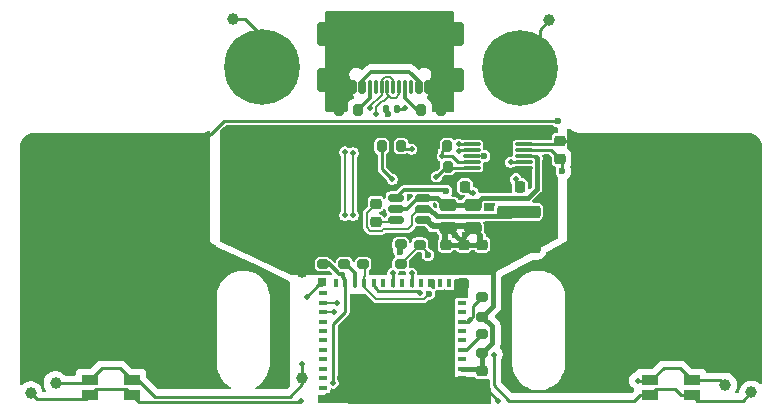
<source format=gbr>
%TF.GenerationSoftware,KiCad,Pcbnew,9.0.1*%
%TF.CreationDate,2025-07-20T13:59:44+10:00*%
%TF.ProjectId,smart_shunt_v0.0.1,736d6172-745f-4736-9875-6e745f76302e,v0.0.1*%
%TF.SameCoordinates,Original*%
%TF.FileFunction,Copper,L1,Top*%
%TF.FilePolarity,Positive*%
%FSLAX46Y46*%
G04 Gerber Fmt 4.6, Leading zero omitted, Abs format (unit mm)*
G04 Created by KiCad (PCBNEW 9.0.1) date 2025-07-20 13:59:44*
%MOMM*%
%LPD*%
G01*
G04 APERTURE LIST*
G04 Aperture macros list*
%AMRoundRect*
0 Rectangle with rounded corners*
0 $1 Rounding radius*
0 $2 $3 $4 $5 $6 $7 $8 $9 X,Y pos of 4 corners*
0 Add a 4 corners polygon primitive as box body*
4,1,4,$2,$3,$4,$5,$6,$7,$8,$9,$2,$3,0*
0 Add four circle primitives for the rounded corners*
1,1,$1+$1,$2,$3*
1,1,$1+$1,$4,$5*
1,1,$1+$1,$6,$7*
1,1,$1+$1,$8,$9*
0 Add four rect primitives between the rounded corners*
20,1,$1+$1,$2,$3,$4,$5,0*
20,1,$1+$1,$4,$5,$6,$7,0*
20,1,$1+$1,$6,$7,$8,$9,0*
20,1,$1+$1,$8,$9,$2,$3,0*%
%AMFreePoly0*
4,1,6,0.725000,-0.725000,-0.725000,-0.725000,-0.725000,0.125000,-0.125000,0.725000,0.725000,0.725000,0.725000,-0.725000,0.725000,-0.725000,$1*%
G04 Aperture macros list end*
%TA.AperFunction,SMDPad,CuDef*%
%ADD10RoundRect,0.200000X0.200000X0.275000X-0.200000X0.275000X-0.200000X-0.275000X0.200000X-0.275000X0*%
%TD*%
%TA.AperFunction,SMDPad,CuDef*%
%ADD11RoundRect,0.150000X0.150000X0.425000X-0.150000X0.425000X-0.150000X-0.425000X0.150000X-0.425000X0*%
%TD*%
%TA.AperFunction,SMDPad,CuDef*%
%ADD12RoundRect,0.075000X0.075000X0.500000X-0.075000X0.500000X-0.075000X-0.500000X0.075000X-0.500000X0*%
%TD*%
%TA.AperFunction,SMDPad,CuDef*%
%ADD13RoundRect,0.250000X0.840000X0.750000X-0.840000X0.750000X-0.840000X-0.750000X0.840000X-0.750000X0*%
%TD*%
%TA.AperFunction,SMDPad,CuDef*%
%ADD14RoundRect,0.250000X-0.475000X0.250000X-0.475000X-0.250000X0.475000X-0.250000X0.475000X0.250000X0*%
%TD*%
%TA.AperFunction,SMDPad,CuDef*%
%ADD15RoundRect,0.200000X0.275000X-0.200000X0.275000X0.200000X-0.275000X0.200000X-0.275000X-0.200000X0*%
%TD*%
%TA.AperFunction,SMDPad,CuDef*%
%ADD16RoundRect,0.250000X-1.600000X0.300000X-1.600000X-0.300000X1.600000X-0.300000X1.600000X0.300000X0*%
%TD*%
%TA.AperFunction,SMDPad,CuDef*%
%ADD17RoundRect,0.225000X0.250000X-0.225000X0.250000X0.225000X-0.250000X0.225000X-0.250000X-0.225000X0*%
%TD*%
%TA.AperFunction,SMDPad,CuDef*%
%ADD18RoundRect,0.225000X-0.250000X0.225000X-0.250000X-0.225000X0.250000X-0.225000X0.250000X0.225000X0*%
%TD*%
%TA.AperFunction,SMDPad,CuDef*%
%ADD19R,0.800000X0.400000*%
%TD*%
%TA.AperFunction,SMDPad,CuDef*%
%ADD20R,0.400000X0.800000*%
%TD*%
%TA.AperFunction,SMDPad,CuDef*%
%ADD21R,1.450000X1.450000*%
%TD*%
%TA.AperFunction,SMDPad,CuDef*%
%ADD22FreePoly0,180.000000*%
%TD*%
%TA.AperFunction,SMDPad,CuDef*%
%ADD23R,0.700000X0.700000*%
%TD*%
%TA.AperFunction,SMDPad,CuDef*%
%ADD24C,1.000000*%
%TD*%
%TA.AperFunction,SMDPad,CuDef*%
%ADD25RoundRect,0.200000X-0.200000X-0.275000X0.200000X-0.275000X0.200000X0.275000X-0.200000X0.275000X0*%
%TD*%
%TA.AperFunction,SMDPad,CuDef*%
%ADD26RoundRect,0.147500X-0.147500X-0.172500X0.147500X-0.172500X0.147500X0.172500X-0.147500X0.172500X0*%
%TD*%
%TA.AperFunction,ComponentPad*%
%ADD27O,13.500000X14.000000*%
%TD*%
%TA.AperFunction,SMDPad,CuDef*%
%ADD28RoundRect,0.200000X-0.275000X0.200000X-0.275000X-0.200000X0.275000X-0.200000X0.275000X0.200000X0*%
%TD*%
%TA.AperFunction,ComponentPad*%
%ADD29C,0.800000*%
%TD*%
%TA.AperFunction,ComponentPad*%
%ADD30C,6.400000*%
%TD*%
%TA.AperFunction,SMDPad,CuDef*%
%ADD31R,1.400000X0.900000*%
%TD*%
%TA.AperFunction,SMDPad,CuDef*%
%ADD32RoundRect,0.225000X0.225000X0.250000X-0.225000X0.250000X-0.225000X-0.250000X0.225000X-0.250000X0*%
%TD*%
%TA.AperFunction,SMDPad,CuDef*%
%ADD33RoundRect,0.225000X-0.225000X-0.250000X0.225000X-0.250000X0.225000X0.250000X-0.225000X0.250000X0*%
%TD*%
%TA.AperFunction,SMDPad,CuDef*%
%ADD34RoundRect,0.075000X-0.650000X-0.075000X0.650000X-0.075000X0.650000X0.075000X-0.650000X0.075000X0*%
%TD*%
%TA.AperFunction,SMDPad,CuDef*%
%ADD35RoundRect,0.150000X0.512500X0.150000X-0.512500X0.150000X-0.512500X-0.150000X0.512500X-0.150000X0*%
%TD*%
%TA.AperFunction,ViaPad*%
%ADD36C,0.600000*%
%TD*%
%TA.AperFunction,ViaPad*%
%ADD37C,0.500000*%
%TD*%
%TA.AperFunction,Conductor*%
%ADD38C,0.200000*%
%TD*%
%TA.AperFunction,Conductor*%
%ADD39C,0.300000*%
%TD*%
%TA.AperFunction,Conductor*%
%ADD40C,0.250000*%
%TD*%
%TA.AperFunction,Conductor*%
%ADD41C,0.400000*%
%TD*%
%TA.AperFunction,Conductor*%
%ADD42C,0.500000*%
%TD*%
G04 APERTURE END LIST*
D10*
%TO.P,R9,2*%
%TO.N,Net-(J4-CC1)*%
X145045000Y-69260000D03*
%TO.P,R9,1*%
%TO.N,GND*%
X146695000Y-69260000D03*
%TD*%
D11*
%TO.P,J4,A1,GND*%
%TO.N,GND*%
X145650000Y-67360000D03*
%TO.P,J4,A4,VBUS*%
%TO.N,USB_VBUS*%
X144850000Y-67360000D03*
D12*
%TO.P,J4,A5,CC1*%
%TO.N,Net-(J4-CC1)*%
X143700000Y-67359999D03*
%TO.P,J4,A6,D+*%
%TO.N,USBD+*%
X142700000Y-67360000D03*
%TO.P,J4,A7,D-*%
%TO.N,USBD-*%
X142200000Y-67360000D03*
%TO.P,J4,A8,SBU1*%
%TO.N,unconnected-(J4-SBU1-PadA8)*%
X141200000Y-67359999D03*
D11*
%TO.P,J4,A9,VBUS*%
%TO.N,USB_VBUS*%
X140050000Y-67360000D03*
%TO.P,J4,A12,GND*%
%TO.N,GND*%
X139250000Y-67360000D03*
%TO.P,J4,B1,GND*%
X139250000Y-67360000D03*
%TO.P,J4,B4,VBUS*%
%TO.N,USB_VBUS*%
X140050000Y-67360000D03*
D12*
%TO.P,J4,B5,CC2*%
%TO.N,Net-(J4-CC2)*%
X140700000Y-67360000D03*
%TO.P,J4,B6,D+*%
%TO.N,USBD+*%
X141700000Y-67360000D03*
%TO.P,J4,B7,D-*%
%TO.N,USBD-*%
X143200000Y-67360000D03*
%TO.P,J4,B8,SBU2*%
%TO.N,unconnected-(J4-SBU2-PadB8)*%
X144200000Y-67360000D03*
D11*
%TO.P,J4,B9,VBUS*%
%TO.N,USB_VBUS*%
X144850000Y-67360000D03*
%TO.P,J4,B12,GND*%
%TO.N,GND*%
X145650000Y-67360000D03*
D13*
%TO.P,J4,S1,SHIELD*%
X147560000Y-66785000D03*
X147560000Y-62855000D03*
X137340000Y-66785000D03*
X137340000Y-62855000D03*
%TD*%
D14*
%TO.P,C6,1*%
%TO.N,BATTV*%
X147332467Y-77354108D03*
%TO.P,C6,2*%
%TO.N,GND*%
X147332467Y-79254108D03*
%TD*%
%TO.P,C4,1*%
%TO.N,BATTV*%
X149407467Y-77354108D03*
%TO.P,C4,2*%
%TO.N,GND*%
X149407467Y-79254108D03*
%TD*%
D15*
%TO.P,R12,1*%
%TO.N,Net-(U5-VFB)*%
X143325000Y-82325000D03*
%TO.P,R12,2*%
%TO.N,GND*%
X143325000Y-80675000D03*
%TD*%
%TO.P,R11,1*%
%TO.N,+3.3V*%
X144925000Y-82350000D03*
%TO.P,R11,2*%
%TO.N,Net-(U5-VFB)*%
X144925000Y-80700000D03*
%TD*%
D16*
%TO.P,L1,1*%
%TO.N,Net-(U5-SW)*%
X153300000Y-77900000D03*
%TO.P,L1,2*%
%TO.N,+3.3V*%
X153300000Y-80900000D03*
%TD*%
D17*
%TO.P,C10,2*%
%TO.N,GND*%
X147150000Y-80700000D03*
%TO.P,C10,1*%
%TO.N,+3.3V*%
X147150000Y-82250000D03*
%TD*%
%TO.P,C9,1*%
%TO.N,+3.3V*%
X148675000Y-82250000D03*
%TO.P,C9,2*%
%TO.N,GND*%
X148675000Y-80700000D03*
%TD*%
D18*
%TO.P,C7,1*%
%TO.N,Net-(U5-SW)*%
X141225000Y-77225000D03*
%TO.P,C7,2*%
%TO.N,Net-(U5-VBST)*%
X141225000Y-78775000D03*
%TD*%
D17*
%TO.P,C3,1*%
%TO.N,+3.3V*%
X150200000Y-82250000D03*
%TO.P,C3,2*%
%TO.N,GND*%
X150200000Y-80700000D03*
%TD*%
D19*
%TO.P,U1,1,GND*%
%TO.N,GND*%
X148550000Y-92800001D03*
%TO.P,U1,2,GND*%
X148550000Y-92000000D03*
%TO.P,U1,3,3V3*%
%TO.N,+3.3V*%
X148550000Y-91200001D03*
%TO.P,U1,4,NC*%
%TO.N,unconnected-(U1-NC-Pad4)*%
X148550000Y-90400002D03*
%TO.P,U1,5,GPIO2/ADC1_CH2*%
%TO.N,Net-(U1-GPIO2{slash}ADC1_CH2)*%
X148550000Y-89600001D03*
%TO.P,U1,6,GPIO3/ADC1_CH3*%
%TO.N,unconnected-(U1-GPIO3{slash}ADC1_CH3-Pad6)*%
X148550000Y-88800001D03*
%TO.P,U1,7,NC*%
%TO.N,unconnected-(U1-NC-Pad7)*%
X148550000Y-88000001D03*
%TO.P,U1,8,EN/CHIP_PU*%
%TO.N,Net-(U1-EN{slash}CHIP_PU)*%
X148550000Y-87200001D03*
%TO.P,U1,9,NC*%
%TO.N,unconnected-(U1-NC-Pad9)*%
X148550000Y-86400000D03*
%TO.P,U1,10,NC*%
%TO.N,unconnected-(U1-NC-Pad10)*%
X148550000Y-85600001D03*
%TO.P,U1,11,GND*%
%TO.N,GND*%
X148550000Y-84800002D03*
D20*
%TO.P,U1,12,GPIO0/ADC1_CH0/XTAL_32K_P*%
%TO.N,unconnected-(U1-GPIO0{slash}ADC1_CH0{slash}XTAL_32K_P-Pad12)*%
X147450000Y-83900001D03*
%TO.P,U1,13,GPIO1/ADC1_CH1/XTAL_32K_N*%
%TO.N,unconnected-(U1-GPIO1{slash}ADC1_CH1{slash}XTAL_32K_N-Pad13)*%
X146650001Y-83900001D03*
%TO.P,U1,14,GND*%
%TO.N,GND*%
X145850000Y-83900001D03*
%TO.P,U1,15,NC*%
%TO.N,unconnected-(U1-NC-Pad15)*%
X145050000Y-83900001D03*
%TO.P,U1,16,GPIO10*%
%TO.N,SCL*%
X144250000Y-83900001D03*
%TO.P,U1,17,NC*%
%TO.N,unconnected-(U1-NC-Pad17)*%
X143450000Y-83900001D03*
%TO.P,U1,18,GPIO4/ADC1_CH4*%
%TO.N,LED*%
X142650000Y-83900000D03*
%TO.P,U1,19,GPIO5/ADC2_CH0*%
%TO.N,unconnected-(U1-GPIO5{slash}ADC2_CH0-Pad19)*%
X141850000Y-83900001D03*
%TO.P,U1,20,GPIO6*%
%TO.N,SDA*%
X141050000Y-83900001D03*
%TO.P,U1,21,GPIO7*%
%TO.N,ALERT*%
X140250000Y-83900001D03*
%TO.P,U1,22,GPIO8*%
%TO.N,Net-(U1-GPIO8)*%
X139450000Y-83900001D03*
%TO.P,U1,23,GPIO9*%
%TO.N,Net-(U1-GPIO9)*%
X138649999Y-83900001D03*
%TO.P,U1,24,NC*%
%TO.N,unconnected-(U1-NC-Pad24)*%
X137850000Y-83900001D03*
D19*
%TO.P,U1,25,NC*%
%TO.N,unconnected-(U1-NC-Pad25)*%
X136750000Y-84800002D03*
%TO.P,U1,26,GPIO18/USB_D-*%
%TO.N,USBD-*%
X136750000Y-85600001D03*
%TO.P,U1,27,GPIO19/USB_D+*%
%TO.N,USBD+*%
X136750000Y-86400000D03*
%TO.P,U1,28,NC*%
%TO.N,unconnected-(U1-NC-Pad28)*%
X136750000Y-87200001D03*
%TO.P,U1,29,NC*%
%TO.N,unconnected-(U1-NC-Pad29)*%
X136750000Y-88000001D03*
%TO.P,U1,30,GPIO20/U0RXD*%
%TO.N,unconnected-(U1-GPIO20{slash}U0RXD-Pad30)*%
X136750000Y-88800001D03*
%TO.P,U1,31,GPIO21/U0TXD*%
%TO.N,unconnected-(U1-GPIO21{slash}U0TXD-Pad31)*%
X136750000Y-89600001D03*
%TO.P,U1,32,NC*%
%TO.N,unconnected-(U1-NC-Pad32)*%
X136750000Y-90400002D03*
%TO.P,U1,33,NC*%
%TO.N,unconnected-(U1-NC-Pad33)*%
X136750000Y-91200001D03*
%TO.P,U1,34,NC*%
%TO.N,unconnected-(U1-NC-Pad34)*%
X136750000Y-92000000D03*
%TO.P,U1,35,NC*%
%TO.N,unconnected-(U1-NC-Pad35)*%
X136750000Y-92800001D03*
D20*
%TO.P,U1,36,GND*%
%TO.N,GND*%
X137850000Y-93700000D03*
%TO.P,U1,37,GND*%
X138650000Y-93700001D03*
%TO.P,U1,38,GND*%
X139450000Y-93700001D03*
%TO.P,U1,39,GND*%
X140250000Y-93700001D03*
%TO.P,U1,40,GND*%
X141050000Y-93700001D03*
%TO.P,U1,41,GND*%
X141850000Y-93700000D03*
%TO.P,U1,42,GND*%
X142650000Y-93700001D03*
%TO.P,U1,43,GND*%
X143450000Y-93700000D03*
%TO.P,U1,44,GND*%
X144250000Y-93700001D03*
%TO.P,U1,45,GND*%
X145050000Y-93700001D03*
%TO.P,U1,46,GND*%
X145850000Y-93700001D03*
%TO.P,U1,47,GND*%
X146650000Y-93700001D03*
%TO.P,U1,48,GND*%
X147450000Y-93700000D03*
D21*
%TO.P,U1,49,GND*%
X144625000Y-88800001D03*
X144625000Y-86825001D03*
D22*
X144624999Y-90775001D03*
D21*
X142650000Y-90775002D03*
X142650000Y-88800001D03*
X142650000Y-86825001D03*
X140675001Y-90775001D03*
X140675000Y-88800001D03*
X140675000Y-86825001D03*
D23*
%TO.P,U1,50,GND*%
X136700000Y-93750001D03*
%TO.P,U1,51,GND*%
X136700000Y-83850001D03*
%TO.P,U1,52,GND*%
X148600000Y-83850001D03*
%TO.P,U1,53,GND*%
X148600000Y-93750001D03*
%TD*%
D24*
%TO.P,TP4,1,1*%
%TO.N,GND*%
X129100000Y-61600000D03*
%TD*%
D18*
%TO.P,C5,1*%
%TO.N,+3.3V*%
X150250000Y-91425000D03*
%TO.P,C5,2*%
%TO.N,GND*%
X150250000Y-92975000D03*
%TD*%
D25*
%TO.P,R3,1*%
%TO.N,+3.3V*%
X145625000Y-72325000D03*
%TO.P,R3,2*%
%TO.N,SDA*%
X147275000Y-72325000D03*
%TD*%
D24*
%TO.P,TP7,1,1*%
%TO.N,SHUNT+*%
X112050000Y-72100000D03*
%TD*%
%TO.P,TP4,1,1*%
%TO.N,GND*%
X170800000Y-92550000D03*
%TD*%
D25*
%TO.P,R1,1*%
%TO.N,LED*%
X141712893Y-72343386D03*
%TO.P,R1,2*%
%TO.N,Net-(D1-A)*%
X143362893Y-72343386D03*
%TD*%
D26*
%TO.P,D1,1,K*%
%TO.N,GND*%
X142045000Y-69190000D03*
%TO.P,D1,2,A*%
%TO.N,Net-(D1-A)*%
X143015000Y-69190000D03*
%TD*%
D25*
%TO.P,R10,1*%
%TO.N,GND*%
X138075000Y-69260000D03*
%TO.P,R10,2*%
%TO.N,Net-(J4-CC2)*%
X139725000Y-69260000D03*
%TD*%
D24*
%TO.P,TP6,1,1*%
%TO.N,SHUNT-*%
X173000000Y-72150000D03*
%TD*%
%TO.P,TP9,1,1*%
%TO.N,+3.3V*%
X135000000Y-83000000D03*
%TD*%
D27*
%TO.P,J1,1,Pin_1*%
%TO.N,SHUNT+*%
X118750000Y-80000000D03*
%TD*%
D28*
%TO.P,R4,1*%
%TO.N,+3.3V*%
X140150000Y-80675000D03*
%TO.P,R4,2*%
%TO.N,ALERT*%
X140150000Y-82325000D03*
%TD*%
%TO.P,R7,1*%
%TO.N,+3.3V*%
X138550000Y-80675000D03*
%TO.P,R7,2*%
%TO.N,Net-(U1-GPIO8)*%
X138550000Y-82325000D03*
%TD*%
D24*
%TO.P,TP3,1,1*%
%TO.N,BATTV*%
X155900000Y-61700000D03*
%TD*%
%TO.P,TP5,1,1*%
%TO.N,Net-(U1-GPIO9)*%
X112000000Y-93250000D03*
%TD*%
%TO.P,TP8,1,1*%
%TO.N,Net-(U1-EN{slash}CHIP_PU)*%
X173000000Y-93200000D03*
%TD*%
D29*
%TO.P,J5,1,Pin_1*%
%TO.N,GND*%
X129200000Y-65650000D03*
X129902944Y-63952944D03*
X129902944Y-67347056D03*
X131600000Y-63250000D03*
D30*
X131600000Y-65650000D03*
D29*
X131600000Y-68050000D03*
X133297056Y-63952944D03*
X133297056Y-67347056D03*
X134000000Y-65650000D03*
%TD*%
D31*
%TO.P,SW2,1,1*%
%TO.N,Net-(U1-GPIO9)*%
X120600000Y-93450000D03*
X117000000Y-93450000D03*
%TO.P,SW2,2,2*%
%TO.N,GND*%
X120600000Y-92150000D03*
X117000000Y-92150000D03*
%TD*%
D18*
%TO.P,C8,1*%
%TO.N,SHUNT-*%
X156806727Y-71885548D03*
%TO.P,C8,2*%
%TO.N,SHUNT+*%
X156806727Y-73435548D03*
%TD*%
D28*
%TO.P,R8,1*%
%TO.N,+3.3V*%
X136750000Y-80675000D03*
%TO.P,R8,2*%
%TO.N,Net-(U1-GPIO9)*%
X136750000Y-82325000D03*
%TD*%
D32*
%TO.P,C1,1*%
%TO.N,+3.3V*%
X150325000Y-75775000D03*
%TO.P,C1,2*%
%TO.N,GND*%
X148775000Y-75775000D03*
%TD*%
D27*
%TO.P,J2,1,Pin_1*%
%TO.N,SHUNT-*%
X166250000Y-80000000D03*
%TD*%
D29*
%TO.P,J3,1,Pin_1*%
%TO.N,BATTV*%
X151000000Y-65700000D03*
X151702944Y-64002944D03*
X151702944Y-67397056D03*
X153400000Y-63300000D03*
D30*
X153400000Y-65700000D03*
D29*
X153400000Y-68100000D03*
X155097056Y-64002944D03*
X155097056Y-67397056D03*
X155800000Y-65700000D03*
%TD*%
D33*
%TO.P,C2,1*%
%TO.N,+3.3V*%
X151875000Y-75775000D03*
%TO.P,C2,2*%
%TO.N,GND*%
X153425000Y-75775000D03*
%TD*%
D15*
%TO.P,R6,1*%
%TO.N,+3.3V*%
X150200000Y-89875000D03*
%TO.P,R6,2*%
%TO.N,Net-(U1-GPIO2{slash}ADC1_CH2)*%
X150200000Y-88225000D03*
%TD*%
D34*
%TO.P,U4,1,A1*%
%TO.N,GND*%
X149350000Y-72200000D03*
%TO.P,U4,2,A0*%
X149350000Y-72700001D03*
%TO.P,U4,3,~{Alert}*%
%TO.N,ALERT*%
X149350000Y-73200000D03*
%TO.P,U4,4,SDA*%
%TO.N,SDA*%
X149350000Y-73699999D03*
%TO.P,U4,5,SCL*%
%TO.N,SCL*%
X149350000Y-74200000D03*
%TO.P,U4,6,VS*%
%TO.N,+3.3V*%
X153750000Y-74200000D03*
%TO.P,U4,7,GND*%
%TO.N,GND*%
X153750000Y-73699999D03*
%TO.P,U4,8,Vbus*%
%TO.N,BATTV*%
X153750000Y-73200000D03*
%TO.P,U4,9,Vin-*%
%TO.N,SHUNT+*%
X153750000Y-72700001D03*
%TO.P,U4,10,Vin+*%
%TO.N,SHUNT-*%
X153750000Y-72200000D03*
%TD*%
D31*
%TO.P,SW1,1,1*%
%TO.N,Net-(U1-EN{slash}CHIP_PU)*%
X168000000Y-93450000D03*
X164400000Y-93450000D03*
%TO.P,SW1,2,2*%
%TO.N,GND*%
X168000000Y-92150000D03*
X164400000Y-92150000D03*
%TD*%
D24*
%TO.P,TP4,1,1*%
%TO.N,GND*%
X114100000Y-92400000D03*
%TD*%
%TO.P,TP4,1,1*%
%TO.N,GND*%
X135000000Y-92000000D03*
%TD*%
D15*
%TO.P,R5,1*%
%TO.N,+3.3V*%
X150250000Y-86775000D03*
%TO.P,R5,2*%
%TO.N,Net-(U1-EN{slash}CHIP_PU)*%
X150250000Y-85125000D03*
%TD*%
D25*
%TO.P,R2,1*%
%TO.N,+3.3V*%
X145650000Y-74075000D03*
%TO.P,R2,2*%
%TO.N,SCL*%
X147300000Y-74075000D03*
%TD*%
D35*
%TO.P,U5,1,GND*%
%TO.N,GND*%
X145212500Y-78599999D03*
%TO.P,U5,2,SW*%
%TO.N,Net-(U5-SW)*%
X145212500Y-77650000D03*
%TO.P,U5,3,VIN*%
%TO.N,BATTV*%
X145212500Y-76700001D03*
%TO.P,U5,4,VFB*%
%TO.N,Net-(U5-VFB)*%
X142937500Y-76700001D03*
%TO.P,U5,5,EN*%
%TO.N,BATTV*%
X142937500Y-77650000D03*
%TO.P,U5,6,VBST*%
%TO.N,Net-(U5-VBST)*%
X142937500Y-78599999D03*
%TD*%
D36*
%TO.N,GND*%
X145350000Y-64850000D03*
X143100000Y-64850000D03*
X141350000Y-64850000D03*
X139600000Y-64850000D03*
X139600000Y-63350000D03*
X141350000Y-63350000D03*
X143100000Y-63350000D03*
X145350000Y-63350000D03*
X145350000Y-61770000D03*
X143100000Y-61770000D03*
X141350000Y-61770000D03*
X139620000Y-61770000D03*
X142261798Y-69599316D03*
%TO.N,SHUNT+*%
X156960000Y-74490000D03*
X156626399Y-70224315D03*
%TO.N,ALERT*%
X150389353Y-73200000D03*
X145745734Y-84829900D03*
D37*
%TO.N,LED*%
X142650000Y-83100000D03*
D36*
%TO.N,GND*%
X150050000Y-80000000D03*
X148755788Y-79905788D03*
X147964180Y-79885820D03*
X147100000Y-80025000D03*
X143225000Y-81275000D03*
%TO.N,Net-(U5-VFB)*%
X147186029Y-76161029D03*
X145625000Y-81550000D03*
D37*
%TO.N,USBD-*%
X141275000Y-69600000D03*
X139300003Y-78200000D03*
X139309885Y-72917934D03*
X137900000Y-85600000D03*
%TO.N,USBD+*%
X138600000Y-78200000D03*
X140690214Y-69143316D03*
X137650000Y-86400000D03*
X138600000Y-72850000D03*
%TO.N,LED*%
X142600000Y-75150000D03*
%TO.N,Net-(U1-EN{slash}CHIP_PU)*%
X149150000Y-87050000D03*
X151200000Y-90000000D03*
%TO.N,Net-(U1-GPIO9)*%
X137600002Y-92400000D03*
X134900000Y-93900011D03*
%TO.N,SCL*%
X146350000Y-74950000D03*
X144250000Y-83100000D03*
%TO.N,SDA*%
X146834147Y-73202672D03*
X145000000Y-84750003D03*
%TO.N,GND*%
X139550000Y-91800000D03*
X139600000Y-87850000D03*
X143650000Y-89750000D03*
X135350000Y-85100000D03*
X141700000Y-89800000D03*
X151600000Y-93900000D03*
X152625001Y-73699999D03*
X145750000Y-87800000D03*
X143650000Y-87850000D03*
X139500000Y-89700000D03*
X149477160Y-76296273D03*
X148250000Y-72200000D03*
X163400000Y-92200000D03*
X145450000Y-91500000D03*
X135000000Y-90800000D03*
X141644337Y-87850000D03*
X153050000Y-75100000D03*
X141700000Y-91900000D03*
X145750000Y-89750000D03*
X148250000Y-72800000D03*
X143650000Y-91850000D03*
%TO.N,BATTV*%
X154875000Y-73350001D03*
%TO.N,Net-(D1-A)*%
X144250000Y-72600000D03*
X143700000Y-69100000D03*
%TD*%
D38*
%TO.N,USBD-*%
X141275000Y-69600000D02*
X141275000Y-69001638D01*
X141275000Y-69001638D02*
X141707638Y-68569000D01*
X141707638Y-68569000D02*
X141901000Y-68569000D01*
X141901000Y-68569000D02*
X142350588Y-68119412D01*
%TO.N,USBD+*%
X140646898Y-69100000D02*
X140646898Y-69062640D01*
X140690214Y-69143316D02*
X140646898Y-69100000D01*
X140646898Y-69062640D02*
X141700000Y-68009538D01*
X141700000Y-68009538D02*
X141700000Y-67360000D01*
D39*
%TO.N,Net-(J4-CC1)*%
X143700000Y-67359999D02*
X143700000Y-68240000D01*
X143700000Y-68240000D02*
X144720000Y-69260000D01*
X144720000Y-69260000D02*
X145045000Y-69260000D01*
%TO.N,Net-(J4-CC2)*%
X140700000Y-67360000D02*
X140700000Y-68285000D01*
X140700000Y-68285000D02*
X139725000Y-69260000D01*
%TO.N,USB_VBUS*%
X140050000Y-67360000D02*
X140050000Y-66830466D01*
X140050000Y-66830466D02*
X140847466Y-66033000D01*
X140847466Y-66033000D02*
X144061281Y-66033000D01*
X144061281Y-66033000D02*
X144850000Y-66821719D01*
X144850000Y-66821719D02*
X144850000Y-67360000D01*
D38*
%TO.N,GND*%
X142045000Y-69382518D02*
X142261798Y-69599316D01*
X142045000Y-69190000D02*
X142045000Y-69382518D01*
%TO.N,USBD-*%
X142467176Y-68236000D02*
X142350588Y-68119412D01*
X143200000Y-67360000D02*
X143200000Y-67968824D01*
X143200000Y-67968824D02*
X142932824Y-68236000D01*
X142932824Y-68236000D02*
X142467176Y-68236000D01*
X142350588Y-68119412D02*
X142200000Y-67968824D01*
X142200000Y-67968824D02*
X142200000Y-67360000D01*
%TO.N,USBD+*%
X142700000Y-67360000D02*
X142700000Y-66751176D01*
X141700000Y-66751176D02*
X141700000Y-67360000D01*
X142700000Y-66751176D02*
X142432824Y-66484000D01*
X142432824Y-66484000D02*
X141967176Y-66484000D01*
X141967176Y-66484000D02*
X141700000Y-66751176D01*
D40*
%TO.N,Net-(D1-A)*%
X143700000Y-69100000D02*
X143600000Y-69100000D01*
X143510000Y-69190000D02*
X143190000Y-69190000D01*
X143190000Y-69190000D02*
X143000000Y-69000000D01*
X143600000Y-69100000D02*
X143510000Y-69190000D01*
%TO.N,SHUNT+*%
X156960000Y-73588821D02*
X156960000Y-74490000D01*
X128345685Y-70224315D02*
X118750000Y-79820000D01*
X156626399Y-70224315D02*
X128345685Y-70224315D01*
%TO.N,SHUNT-*%
X156806727Y-71885548D02*
X158135548Y-71885548D01*
X158135548Y-71885548D02*
X166250000Y-80000000D01*
X153750000Y-72200000D02*
X156492275Y-72200000D01*
X156492275Y-72200000D02*
X156806727Y-71885548D01*
D38*
%TO.N,ALERT*%
X140250000Y-83900001D02*
X140250000Y-84302001D01*
X150389353Y-73200000D02*
X149350000Y-73200000D01*
X141249002Y-85301003D02*
X145274631Y-85301003D01*
X140250000Y-84302001D02*
X141249002Y-85301003D01*
X145274631Y-85301003D02*
X145745734Y-84829900D01*
D40*
%TO.N,SDA*%
X145000000Y-84750003D02*
X144875998Y-84626001D01*
X141426001Y-84626001D02*
X141324000Y-84524000D01*
X144875998Y-84626001D02*
X141426001Y-84626001D01*
X141324000Y-84524000D02*
X141324000Y-84424000D01*
X141324000Y-84424000D02*
X141050000Y-84150000D01*
D41*
%TO.N,GND*%
X150050000Y-80575000D02*
X150050000Y-80000000D01*
X147150000Y-80700000D02*
X150200000Y-80700000D01*
X147100000Y-80650000D02*
X147100000Y-80025000D01*
X148575000Y-80625000D02*
X148575000Y-80086575D01*
X148575000Y-80496641D02*
X147964180Y-79885820D01*
X148575000Y-80086575D02*
X148755788Y-79905788D01*
%TO.N,Net-(U5-SW)*%
X148648285Y-78303992D02*
X148644293Y-78300000D01*
X153000000Y-77875000D02*
X152575000Y-78300000D01*
X148076445Y-78303992D02*
X146573285Y-78303992D01*
X145708389Y-77650000D02*
X145212500Y-77650000D01*
%TO.N,+3.3V*%
X150250000Y-86775000D02*
X151125000Y-85900000D01*
%TO.N,Net-(U5-SW)*%
X152575000Y-78300000D02*
X150155437Y-78300000D01*
X150155437Y-78300000D02*
X150151445Y-78303992D01*
X146573285Y-78303992D02*
X146569293Y-78300000D01*
X150151445Y-78303992D02*
X148648285Y-78303992D01*
X146358389Y-78300000D02*
X145708389Y-77650000D01*
X148644293Y-78300000D02*
X148080437Y-78300000D01*
X148080437Y-78300000D02*
X148076445Y-78303992D01*
X146569293Y-78300000D02*
X146358389Y-78300000D01*
%TO.N,+3.3V*%
X151125000Y-85900000D02*
X151125000Y-82800000D01*
X151125000Y-82800000D02*
X153025000Y-80900000D01*
%TO.N,GND*%
X150050000Y-80000000D02*
X150050000Y-79896641D01*
X148755788Y-79905788D02*
X149407467Y-79254108D01*
X147964180Y-79885820D02*
X147332467Y-79254108D01*
X147100000Y-80025000D02*
X147100000Y-79486575D01*
X150050000Y-79896641D02*
X149407467Y-79254108D01*
D38*
%TO.N,Net-(U5-SW)*%
X140449000Y-78001000D02*
X140449000Y-79224110D01*
X140449000Y-79224110D02*
X140750890Y-79526000D01*
X140750890Y-79526000D02*
X141699110Y-79526000D01*
X141699110Y-79526000D02*
X141825110Y-79400000D01*
X141225000Y-77225000D02*
X140449000Y-78001000D01*
X141825110Y-79400000D02*
X143914967Y-79400000D01*
X144249000Y-79065967D02*
X144249000Y-78259031D01*
X143914967Y-79400000D02*
X144249000Y-79065967D01*
X144249000Y-78259031D02*
X144858031Y-77650000D01*
D42*
%TO.N,GND*%
X146025000Y-79150000D02*
X149184526Y-79150000D01*
X145474999Y-78599999D02*
X146025000Y-79150000D01*
D41*
%TO.N,BATTV*%
X145212500Y-76700001D02*
X146425000Y-76700001D01*
X146425000Y-76700001D02*
X147190203Y-77465204D01*
X149484797Y-77465204D02*
X150225001Y-76725000D01*
X150225001Y-76725000D02*
X154100000Y-76725000D01*
X154100000Y-76725000D02*
X154875000Y-75950000D01*
X154875000Y-75950000D02*
X154875000Y-73350001D01*
D40*
%TO.N,+3.3V*%
X151850000Y-75950000D02*
X150350000Y-75950000D01*
X153050000Y-74200000D02*
X153750000Y-74200000D01*
X151875000Y-75775000D02*
X151875000Y-75375000D01*
%TO.N,GND*%
X153050000Y-75100000D02*
X153050000Y-75400000D01*
%TO.N,+3.3V*%
X151875000Y-75375000D02*
X153050000Y-74200000D01*
%TO.N,GND*%
X153050000Y-75400000D02*
X153425000Y-75775000D01*
X149477160Y-76296273D02*
X149246273Y-76296273D01*
X149246273Y-76296273D02*
X148925000Y-75975000D01*
D38*
%TO.N,Net-(U5-VFB)*%
X145625000Y-81550000D02*
X145625000Y-81400000D01*
X145625000Y-81400000D02*
X144925000Y-80700000D01*
D39*
X142937500Y-76700001D02*
X143588500Y-76049001D01*
X143588500Y-76049001D02*
X147074001Y-76049001D01*
X147074001Y-76049001D02*
X147186029Y-76161029D01*
%TO.N,BATTV*%
X142937500Y-77650000D02*
X143837322Y-77650000D01*
X143837322Y-77650000D02*
X144787321Y-76700001D01*
D38*
%TO.N,USBD-*%
X139309885Y-72917934D02*
X139300003Y-72927816D01*
X139300003Y-72927816D02*
X139300003Y-78200000D01*
%TO.N,USBD+*%
X138600000Y-72850000D02*
X138600000Y-78200000D01*
%TO.N,Net-(U5-VBST)*%
X141225000Y-78775000D02*
X142887499Y-78775000D01*
D39*
%TO.N,GND*%
X143325000Y-81175000D02*
X143225000Y-81275000D01*
X143325000Y-80675000D02*
X143325000Y-81175000D01*
D38*
%TO.N,Net-(U5-VFB)*%
X144925000Y-80700000D02*
X143325000Y-82300000D01*
D41*
%TO.N,BATTV*%
X149407467Y-77354108D02*
X147332467Y-77354108D01*
D40*
%TO.N,SCL*%
X144250000Y-83100000D02*
X144250000Y-84150000D01*
D39*
%TO.N,Net-(U1-GPIO9)*%
X138099001Y-83149001D02*
X138401000Y-83149001D01*
X138401000Y-83149001D02*
X138401000Y-83451000D01*
X138401000Y-83451000D02*
X138649999Y-83699999D01*
D38*
%TO.N,ALERT*%
X140250000Y-83900001D02*
X140250000Y-83425000D01*
X140250000Y-83425000D02*
X140300000Y-83375000D01*
X140300000Y-83375000D02*
X140300000Y-82475000D01*
D39*
%TO.N,Net-(U1-GPIO8)*%
X139450000Y-84150000D02*
X139450000Y-83100000D01*
X139450000Y-83100000D02*
X138800000Y-82450000D01*
%TO.N,Net-(U1-GPIO9)*%
X136800000Y-82275000D02*
X137225000Y-82275000D01*
X137225000Y-82275000D02*
X138099001Y-83149001D01*
D40*
%TO.N,GND*%
X136700000Y-84100000D02*
X136350000Y-84100000D01*
X136350000Y-84100000D02*
X135350000Y-85100000D01*
D38*
%TO.N,USBD-*%
X137900000Y-85600000D02*
X136750001Y-85600000D01*
%TO.N,USBD+*%
X137650000Y-86400000D02*
X136750000Y-86400000D01*
D40*
%TO.N,LED*%
X141715000Y-74265000D02*
X141715000Y-72345493D01*
X142600000Y-75150000D02*
X141715000Y-74265000D01*
%TO.N,Net-(U1-EN{slash}CHIP_PU)*%
X172300000Y-93900000D02*
X173000000Y-93200000D01*
X151200000Y-92600000D02*
X151200000Y-90000000D01*
X163550000Y-93450000D02*
X163100000Y-93900000D01*
X149450000Y-86750000D02*
X149450000Y-85925000D01*
X168450000Y-93900000D02*
X172300000Y-93900000D01*
X149450000Y-85925000D02*
X150250000Y-85125000D01*
X163100000Y-93900000D02*
X152500000Y-93900000D01*
X168000000Y-93450000D02*
X167050000Y-93450000D01*
X164900000Y-92950000D02*
X164400000Y-93450000D01*
X148999999Y-87200001D02*
X149450000Y-86750000D01*
X166550000Y-92950000D02*
X164900000Y-92950000D01*
X164400000Y-93450000D02*
X163550000Y-93450000D01*
X152500000Y-93900000D02*
X151200000Y-92600000D01*
X167050000Y-93450000D02*
X166550000Y-92950000D01*
X148550000Y-87200001D02*
X148999999Y-87200001D01*
X168000000Y-93450000D02*
X168450000Y-93900000D01*
%TO.N,Net-(U1-GPIO2{slash}ADC1_CH2)*%
X148824999Y-89600001D02*
X150200000Y-88225000D01*
%TO.N,Net-(U1-GPIO9)*%
X138649999Y-86363172D02*
X138649999Y-84150000D01*
X137600000Y-87413171D02*
X138649999Y-86363172D01*
X117500000Y-92950000D02*
X120100000Y-92950000D01*
X137600000Y-92399998D02*
X137600000Y-87413171D01*
X112000000Y-93250000D02*
X112550000Y-93800000D01*
X117000000Y-93450000D02*
X117500000Y-92950000D01*
X134775000Y-94025011D02*
X121175011Y-94025011D01*
X134900000Y-93900011D02*
X134775000Y-94025011D01*
X112550000Y-93800000D02*
X116650000Y-93800000D01*
X121175011Y-94025011D02*
X120600000Y-93450000D01*
X116650000Y-93800000D02*
X117000000Y-93450000D01*
X137600002Y-92400000D02*
X137600000Y-92399998D01*
X120100000Y-92950000D02*
X120600000Y-93450000D01*
%TO.N,SHUNT+*%
X153750001Y-72700001D02*
X156071180Y-72700001D01*
X156071180Y-72700001D02*
X156806727Y-73435548D01*
%TO.N,SCL*%
X147100000Y-74200000D02*
X147721819Y-74200000D01*
X149350000Y-74200000D02*
X147425000Y-74200000D01*
X146350000Y-74950000D02*
X147100000Y-74200000D01*
D41*
%TO.N,+3.3V*%
X148550000Y-91200001D02*
X150025001Y-91200001D01*
X151075000Y-87600000D02*
X150250000Y-86775000D01*
X151075000Y-89000000D02*
X151075000Y-87600000D01*
X150200000Y-89875000D02*
X151075000Y-89000000D01*
X150250000Y-91425000D02*
X150250000Y-89925000D01*
D40*
%TO.N,SDA*%
X149350000Y-73699999D02*
X148148003Y-73699999D01*
X147650676Y-73202672D02*
X146834147Y-73202672D01*
X146834147Y-73202672D02*
X146834147Y-72765853D01*
X146834147Y-72765853D02*
X147275000Y-72325000D01*
X148148003Y-73699999D02*
X147650676Y-73202672D01*
%TO.N,GND*%
X119575000Y-91125000D02*
X120600000Y-92150000D01*
X129100000Y-61600000D02*
X130150000Y-61600000D01*
X149350000Y-72200000D02*
X148250000Y-72200000D01*
X130150000Y-61600000D02*
X131752944Y-63202944D01*
X164550000Y-92150000D02*
X165575000Y-91125000D01*
X148349999Y-72700001D02*
X148250000Y-72800000D01*
X163400000Y-92200000D02*
X164350000Y-92200000D01*
X135000000Y-92500000D02*
X135000000Y-92000000D01*
X149350000Y-72700001D02*
X148349999Y-72700001D01*
X152625001Y-73699999D02*
X153750000Y-73699999D01*
X165575000Y-91125000D02*
X166975000Y-91125000D01*
X150675000Y-92975000D02*
X151600000Y-93900000D01*
X136749999Y-93800000D02*
X137750000Y-93800000D01*
X135000000Y-90800000D02*
X135000000Y-92000000D01*
X137750000Y-93800000D02*
X137850000Y-93700000D01*
X122525011Y-93575011D02*
X133924989Y-93575011D01*
X118025000Y-91125000D02*
X119575000Y-91125000D01*
X150250000Y-92975000D02*
X150675000Y-92975000D01*
X168000000Y-92150000D02*
X170400000Y-92150000D01*
X170400000Y-92150000D02*
X170800000Y-92550000D01*
X121100000Y-92150000D02*
X122525011Y-93575011D01*
X116700000Y-92400000D02*
X114100000Y-92400000D01*
X166975000Y-91125000D02*
X168000000Y-92150000D01*
X133924989Y-93575011D02*
X135000000Y-92500000D01*
X117000000Y-92150000D02*
X118025000Y-91125000D01*
%TO.N,BATTV*%
X155097056Y-62502944D02*
X155900000Y-61700000D01*
X154724999Y-73200000D02*
X153750000Y-73200000D01*
X155097056Y-64002944D02*
X155097056Y-62502944D01*
X154875000Y-73350001D02*
X154724999Y-73200000D01*
%TO.N,Net-(D1-A)*%
X144250000Y-72600000D02*
X143619507Y-72600000D01*
%TO.N,LED*%
X142650000Y-83100000D02*
X142650000Y-84149999D01*
%TD*%
%TA.AperFunction,Conductor*%
%TO.N,SHUNT-*%
G36*
X157594414Y-70874398D02*
G01*
X157685427Y-70937189D01*
X157915672Y-71057978D01*
X158158793Y-71150145D01*
X158411247Y-71212348D01*
X158411256Y-71212349D01*
X158411261Y-71212350D01*
X158523094Y-71225925D01*
X158669357Y-71243680D01*
X158798694Y-71243679D01*
X172683987Y-71250467D01*
X172684108Y-71250500D01*
X172744656Y-71250500D01*
X172744667Y-71250503D01*
X172755395Y-71250972D01*
X172938800Y-71267017D01*
X172960084Y-71270769D01*
X173132678Y-71317016D01*
X173152985Y-71324408D01*
X173314915Y-71399918D01*
X173333633Y-71410725D01*
X173480000Y-71513212D01*
X173496558Y-71527106D01*
X173622893Y-71653441D01*
X173636787Y-71669999D01*
X173739274Y-71816366D01*
X173750081Y-71835084D01*
X173825591Y-71997014D01*
X173832984Y-72017325D01*
X173879229Y-72189914D01*
X173882982Y-72211200D01*
X173899028Y-72394603D01*
X173899500Y-72405411D01*
X173899500Y-92385216D01*
X173879815Y-92452255D01*
X173827011Y-92498010D01*
X173757853Y-92507954D01*
X173694297Y-92478929D01*
X173687819Y-92472897D01*
X173637785Y-92422863D01*
X173637781Y-92422860D01*
X173473920Y-92313371D01*
X173473907Y-92313364D01*
X173291839Y-92237950D01*
X173291829Y-92237947D01*
X173098543Y-92199500D01*
X173098541Y-92199500D01*
X172901459Y-92199500D01*
X172901457Y-92199500D01*
X172708170Y-92237947D01*
X172708160Y-92237950D01*
X172526092Y-92313364D01*
X172526079Y-92313371D01*
X172362218Y-92422860D01*
X172362214Y-92422863D01*
X172222863Y-92562214D01*
X172222860Y-92562218D01*
X172113371Y-92726079D01*
X172113364Y-92726092D01*
X172037950Y-92908160D01*
X172037947Y-92908170D01*
X171999500Y-93101456D01*
X171999500Y-93150500D01*
X171996949Y-93159185D01*
X171998238Y-93168147D01*
X171987259Y-93192187D01*
X171979815Y-93217539D01*
X171972974Y-93223466D01*
X171969213Y-93231703D01*
X171946978Y-93245992D01*
X171927011Y-93263294D01*
X171916496Y-93265581D01*
X171910435Y-93269477D01*
X171875500Y-93274500D01*
X171751184Y-93274500D01*
X171684145Y-93254815D01*
X171638390Y-93202011D01*
X171628446Y-93132853D01*
X171648082Y-93081609D01*
X171686628Y-93023920D01*
X171686628Y-93023919D01*
X171686632Y-93023914D01*
X171762051Y-92841835D01*
X171794557Y-92678419D01*
X171800500Y-92648543D01*
X171800500Y-92451456D01*
X171762052Y-92258170D01*
X171762051Y-92258169D01*
X171762051Y-92258165D01*
X171755171Y-92241554D01*
X171686635Y-92076092D01*
X171686628Y-92076079D01*
X171577139Y-91912218D01*
X171577136Y-91912214D01*
X171437785Y-91772863D01*
X171437781Y-91772860D01*
X171273920Y-91663371D01*
X171273907Y-91663364D01*
X171091839Y-91587950D01*
X171091829Y-91587947D01*
X170898543Y-91549500D01*
X170898541Y-91549500D01*
X170701459Y-91549500D01*
X170701458Y-91549500D01*
X170659518Y-91557841D01*
X170606474Y-91556819D01*
X170596937Y-91554536D01*
X170582452Y-91548537D01*
X170522029Y-91536518D01*
X170519683Y-91536051D01*
X170519669Y-91536048D01*
X170461610Y-91524500D01*
X170461607Y-91524500D01*
X170461606Y-91524500D01*
X169253861Y-91524500D01*
X169186822Y-91504815D01*
X169149362Y-91464581D01*
X169149112Y-91464769D01*
X169147364Y-91462434D01*
X169145027Y-91459924D01*
X169143797Y-91457673D01*
X169143796Y-91457669D01*
X169057546Y-91342454D01*
X169057544Y-91342452D01*
X168942335Y-91256206D01*
X168942328Y-91256202D01*
X168807482Y-91205908D01*
X168807483Y-91205908D01*
X168747883Y-91199501D01*
X168747881Y-91199500D01*
X168747873Y-91199500D01*
X168747865Y-91199500D01*
X167985452Y-91199500D01*
X167918413Y-91179815D01*
X167897771Y-91163181D01*
X167468150Y-90733560D01*
X167460860Y-90726270D01*
X167460858Y-90726267D01*
X167373733Y-90639142D01*
X167322509Y-90604915D01*
X167271286Y-90570688D01*
X167271283Y-90570686D01*
X167271280Y-90570685D01*
X167198535Y-90540554D01*
X167198533Y-90540553D01*
X167190792Y-90537347D01*
X167157452Y-90523537D01*
X167065645Y-90505276D01*
X167036607Y-90499500D01*
X167036606Y-90499500D01*
X165636607Y-90499500D01*
X165513393Y-90499500D01*
X165484353Y-90505276D01*
X165484352Y-90505275D01*
X165392555Y-90523535D01*
X165392547Y-90523537D01*
X165360557Y-90536788D01*
X165360551Y-90536790D01*
X165357639Y-90537997D01*
X165278715Y-90570688D01*
X165260363Y-90582951D01*
X165252852Y-90587969D01*
X165252849Y-90587971D01*
X165176268Y-90639140D01*
X165132705Y-90682703D01*
X165089142Y-90726267D01*
X165089139Y-90726270D01*
X164652227Y-91163181D01*
X164590904Y-91196666D01*
X164564546Y-91199500D01*
X163652129Y-91199500D01*
X163652123Y-91199501D01*
X163592516Y-91205908D01*
X163457671Y-91256202D01*
X163457664Y-91256206D01*
X163342455Y-91342452D01*
X163279637Y-91426366D01*
X163223703Y-91468236D01*
X163204566Y-91473671D01*
X163181087Y-91478341D01*
X163181084Y-91478342D01*
X163044511Y-91534912D01*
X163044498Y-91534919D01*
X162921584Y-91617048D01*
X162921580Y-91617051D01*
X162817051Y-91721580D01*
X162817048Y-91721584D01*
X162734919Y-91844498D01*
X162734912Y-91844511D01*
X162678343Y-91981082D01*
X162678340Y-91981092D01*
X162649500Y-92126079D01*
X162649500Y-92126082D01*
X162649500Y-92273918D01*
X162649500Y-92273920D01*
X162649499Y-92273920D01*
X162678340Y-92418907D01*
X162678343Y-92418917D01*
X162734912Y-92555488D01*
X162734919Y-92555501D01*
X162817048Y-92678415D01*
X162817051Y-92678419D01*
X162921580Y-92782948D01*
X162921584Y-92782951D01*
X163042254Y-92863581D01*
X163087059Y-92917193D01*
X163095766Y-92986518D01*
X163065611Y-93049546D01*
X163061044Y-93054364D01*
X162877227Y-93238182D01*
X162815907Y-93271666D01*
X162789548Y-93274500D01*
X152810453Y-93274500D01*
X152743414Y-93254815D01*
X152722772Y-93238181D01*
X151861819Y-92377228D01*
X151828334Y-92315905D01*
X151825500Y-92289547D01*
X151825500Y-90452351D01*
X151845185Y-90385312D01*
X151846398Y-90383460D01*
X151865084Y-90355495D01*
X151921658Y-90218913D01*
X151950500Y-90073918D01*
X151950500Y-89926082D01*
X151950500Y-89926079D01*
X151921659Y-89781092D01*
X151921658Y-89781091D01*
X151921658Y-89781087D01*
X151921656Y-89781082D01*
X151865087Y-89644511D01*
X151865080Y-89644498D01*
X151782951Y-89521584D01*
X151782948Y-89521580D01*
X151724312Y-89462944D01*
X151690827Y-89401621D01*
X151695811Y-89331929D01*
X151697432Y-89327810D01*
X151748580Y-89204328D01*
X151775500Y-89068994D01*
X151775500Y-88931006D01*
X151775500Y-87531007D01*
X151775500Y-87531004D01*
X151750339Y-87404516D01*
X151750337Y-87404508D01*
X151748579Y-87395668D01*
X151695776Y-87268190D01*
X151619112Y-87153454D01*
X151328338Y-86862680D01*
X151294853Y-86801357D01*
X151299837Y-86731665D01*
X151328336Y-86687320D01*
X151669114Y-86346543D01*
X151745775Y-86231811D01*
X151798580Y-86104328D01*
X151825500Y-85968994D01*
X151825500Y-85831006D01*
X151825500Y-84990069D01*
X152762788Y-84990069D01*
X152762788Y-90909930D01*
X152794613Y-91151655D01*
X152801068Y-91200683D01*
X152849489Y-91381394D01*
X152875465Y-91478341D01*
X152876971Y-91483959D01*
X152920045Y-91587949D01*
X152989198Y-91754898D01*
X152989202Y-91754908D01*
X153135834Y-92008882D01*
X153314364Y-92241547D01*
X153314370Y-92241554D01*
X153521733Y-92448917D01*
X153521740Y-92448923D01*
X153754405Y-92627453D01*
X154008379Y-92774085D01*
X154008380Y-92774085D01*
X154008383Y-92774087D01*
X154279329Y-92886317D01*
X154562605Y-92962220D01*
X154853365Y-93000500D01*
X154853372Y-93000500D01*
X155146628Y-93000500D01*
X155146635Y-93000500D01*
X155437395Y-92962220D01*
X155720671Y-92886317D01*
X155991617Y-92774087D01*
X156245595Y-92627453D01*
X156478261Y-92448922D01*
X156685634Y-92241549D01*
X156864165Y-92008883D01*
X157010799Y-91754905D01*
X157123029Y-91483959D01*
X157198932Y-91200683D01*
X157237212Y-90909923D01*
X157237212Y-90763288D01*
X157237212Y-90697396D01*
X157237212Y-85070820D01*
X157237212Y-84990077D01*
X157198932Y-84699317D01*
X157123029Y-84416041D01*
X157010799Y-84145095D01*
X156965203Y-84066121D01*
X156864165Y-83891117D01*
X156685635Y-83658452D01*
X156685629Y-83658445D01*
X156478266Y-83451082D01*
X156478259Y-83451076D01*
X156245594Y-83272546D01*
X155991620Y-83125914D01*
X155991610Y-83125910D01*
X155803442Y-83047968D01*
X155720671Y-83013683D01*
X155720669Y-83013682D01*
X155720668Y-83013682D01*
X155636510Y-82991132D01*
X155437395Y-82937780D01*
X155388802Y-82931382D01*
X155146642Y-82899500D01*
X155146635Y-82899500D01*
X154853365Y-82899500D01*
X154853357Y-82899500D01*
X154576602Y-82935937D01*
X154562605Y-82937780D01*
X154478444Y-82960330D01*
X154279331Y-83013682D01*
X154008389Y-83125910D01*
X154008379Y-83125914D01*
X153754405Y-83272546D01*
X153521740Y-83451076D01*
X153521733Y-83451082D01*
X153314370Y-83658445D01*
X153314364Y-83658452D01*
X153135834Y-83891117D01*
X152989202Y-84145091D01*
X152989198Y-84145101D01*
X152876970Y-84416043D01*
X152801069Y-84699314D01*
X152801067Y-84699325D01*
X152762788Y-84990069D01*
X151825500Y-84990069D01*
X151825500Y-83475716D01*
X151845185Y-83408677D01*
X151890707Y-83366542D01*
X154492975Y-81965320D01*
X154551763Y-81950499D01*
X154950002Y-81950499D01*
X154950008Y-81950499D01*
X155052797Y-81939999D01*
X155219334Y-81884814D01*
X155368656Y-81792712D01*
X155492712Y-81668656D01*
X155584814Y-81519334D01*
X155626550Y-81393380D01*
X155666323Y-81335937D01*
X155685455Y-81323216D01*
X157400000Y-80400000D01*
X157400000Y-75225033D01*
X157419685Y-75157994D01*
X157455106Y-75121933D01*
X157470289Y-75111789D01*
X157581789Y-75000289D01*
X157669394Y-74869179D01*
X157729737Y-74723497D01*
X157760500Y-74568842D01*
X157760500Y-74411158D01*
X157760500Y-74411155D01*
X157760499Y-74411153D01*
X157729738Y-74256510D01*
X157729737Y-74256503D01*
X157678395Y-74132553D01*
X157670927Y-74063085D01*
X157687416Y-74020010D01*
X157718730Y-73969245D01*
X157772076Y-73808256D01*
X157782227Y-73708893D01*
X157782226Y-73162204D01*
X157772076Y-73062840D01*
X157718730Y-72901851D01*
X157718726Y-72901845D01*
X157718725Y-72901842D01*
X157629697Y-72757507D01*
X157629696Y-72757506D01*
X157629695Y-72757504D01*
X157509771Y-72637580D01*
X157509770Y-72637579D01*
X157509769Y-72637578D01*
X157458902Y-72606202D01*
X157412178Y-72554253D01*
X157400000Y-72500664D01*
X157400000Y-70976465D01*
X157419685Y-70909426D01*
X157472489Y-70863671D01*
X157541647Y-70853727D01*
X157594414Y-70874398D01*
G37*
%TD.AperFunction*%
%TD*%
%TA.AperFunction,Conductor*%
%TO.N,SHUNT+*%
G36*
X127163224Y-71107554D02*
G01*
X127197028Y-71168702D01*
X127200000Y-71195690D01*
X127200000Y-80500000D01*
X127628203Y-80709344D01*
X127633358Y-80713165D01*
X127637000Y-80714094D01*
X127651037Y-80726268D01*
X127664485Y-80736236D01*
X127667564Y-80739542D01*
X127718457Y-80802838D01*
X127767710Y-80848795D01*
X127774106Y-80854594D01*
X127778408Y-80858495D01*
X127778410Y-80858496D01*
X127778412Y-80858498D01*
X127787730Y-80864595D01*
X127898803Y-80937276D01*
X131118923Y-82439999D01*
X132201617Y-82945256D01*
X132203528Y-82946169D01*
X133660456Y-83658445D01*
X133880819Y-83766178D01*
X133932401Y-83813307D01*
X133950356Y-83877004D01*
X133990614Y-92572855D01*
X133971240Y-92639985D01*
X133954297Y-92661110D01*
X133702218Y-92913192D01*
X133640895Y-92946677D01*
X133614536Y-92949511D01*
X131150548Y-92949511D01*
X131083509Y-92929826D01*
X131037754Y-92877022D01*
X131027810Y-92807864D01*
X131056835Y-92744308D01*
X131088548Y-92718124D01*
X131187299Y-92661110D01*
X131245595Y-92627453D01*
X131478261Y-92448922D01*
X131685634Y-92241549D01*
X131864165Y-92008883D01*
X132010799Y-91754905D01*
X132123029Y-91483959D01*
X132198932Y-91200683D01*
X132237212Y-90909923D01*
X132237212Y-90763288D01*
X132237212Y-90697396D01*
X132237212Y-85070820D01*
X132237212Y-84990077D01*
X132198932Y-84699317D01*
X132123029Y-84416041D01*
X132010799Y-84145095D01*
X131965203Y-84066121D01*
X131864165Y-83891117D01*
X131685635Y-83658452D01*
X131685629Y-83658445D01*
X131478266Y-83451082D01*
X131478259Y-83451076D01*
X131245594Y-83272546D01*
X130991620Y-83125914D01*
X130991610Y-83125910D01*
X130912261Y-83093042D01*
X130720671Y-83013683D01*
X130720669Y-83013682D01*
X130720668Y-83013682D01*
X130535705Y-82964122D01*
X130437395Y-82937780D01*
X130388802Y-82931382D01*
X130146642Y-82899500D01*
X130146635Y-82899500D01*
X129853365Y-82899500D01*
X129853357Y-82899500D01*
X129576602Y-82935937D01*
X129562605Y-82937780D01*
X129534805Y-82945229D01*
X129279331Y-83013682D01*
X129008389Y-83125910D01*
X129008379Y-83125914D01*
X128754405Y-83272546D01*
X128521740Y-83451076D01*
X128521733Y-83451082D01*
X128314370Y-83658445D01*
X128314364Y-83658452D01*
X128135834Y-83891117D01*
X127989202Y-84145091D01*
X127989198Y-84145101D01*
X127876970Y-84416043D01*
X127801069Y-84699314D01*
X127801067Y-84699325D01*
X127762788Y-84990069D01*
X127762788Y-90909930D01*
X127794670Y-91152090D01*
X127801068Y-91200683D01*
X127844351Y-91362218D01*
X127876970Y-91483956D01*
X127989198Y-91754898D01*
X127989202Y-91754908D01*
X128135834Y-92008882D01*
X128314364Y-92241547D01*
X128314370Y-92241554D01*
X128521733Y-92448917D01*
X128521740Y-92448923D01*
X128754405Y-92627453D01*
X128911452Y-92718124D01*
X128959667Y-92768691D01*
X128972891Y-92837298D01*
X128946923Y-92902162D01*
X128890009Y-92942691D01*
X128849452Y-92949511D01*
X122835463Y-92949511D01*
X122768424Y-92929826D01*
X122747782Y-92913192D01*
X121836818Y-92002228D01*
X121803333Y-91940905D01*
X121800499Y-91914547D01*
X121800499Y-91652129D01*
X121800498Y-91652123D01*
X121800497Y-91652116D01*
X121794091Y-91592517D01*
X121781183Y-91557910D01*
X121743797Y-91457671D01*
X121743793Y-91457664D01*
X121657547Y-91342455D01*
X121657544Y-91342452D01*
X121542335Y-91256206D01*
X121542328Y-91256202D01*
X121407482Y-91205908D01*
X121407483Y-91205908D01*
X121347883Y-91199501D01*
X121347881Y-91199500D01*
X121347873Y-91199500D01*
X121347865Y-91199500D01*
X120585452Y-91199500D01*
X120518413Y-91179815D01*
X120497771Y-91163181D01*
X120068150Y-90733560D01*
X120060860Y-90726270D01*
X120060858Y-90726267D01*
X119973733Y-90639142D01*
X119922509Y-90604915D01*
X119871286Y-90570688D01*
X119871283Y-90570686D01*
X119871280Y-90570685D01*
X119797603Y-90540168D01*
X119797601Y-90540167D01*
X119790792Y-90537347D01*
X119757452Y-90523537D01*
X119697029Y-90511518D01*
X119692306Y-90510578D01*
X119692304Y-90510578D01*
X119636610Y-90499500D01*
X119636607Y-90499500D01*
X119636606Y-90499500D01*
X118086607Y-90499500D01*
X117963393Y-90499500D01*
X117963389Y-90499500D01*
X117912535Y-90509615D01*
X117912530Y-90509616D01*
X117902971Y-90511518D01*
X117842548Y-90523537D01*
X117795397Y-90543067D01*
X117728715Y-90570688D01*
X117728714Y-90570689D01*
X117706347Y-90585633D01*
X117706344Y-90585635D01*
X117626268Y-90639140D01*
X117582705Y-90682703D01*
X117539142Y-90726267D01*
X117539139Y-90726270D01*
X117102227Y-91163181D01*
X117040904Y-91196666D01*
X117014546Y-91199500D01*
X116252129Y-91199500D01*
X116252123Y-91199501D01*
X116192516Y-91205908D01*
X116057671Y-91256202D01*
X116057664Y-91256206D01*
X115942455Y-91342452D01*
X115942452Y-91342455D01*
X115856206Y-91457664D01*
X115856202Y-91457671D01*
X115805908Y-91592517D01*
X115802646Y-91622863D01*
X115799501Y-91652123D01*
X115799322Y-91655452D01*
X115798065Y-91655384D01*
X115779815Y-91717539D01*
X115727011Y-91763294D01*
X115675500Y-91774500D01*
X114940783Y-91774500D01*
X114873744Y-91754815D01*
X114853106Y-91738185D01*
X114737782Y-91622861D01*
X114737781Y-91622860D01*
X114737780Y-91622859D01*
X114573920Y-91513371D01*
X114573907Y-91513364D01*
X114391839Y-91437950D01*
X114391829Y-91437947D01*
X114198543Y-91399500D01*
X114198541Y-91399500D01*
X114001459Y-91399500D01*
X114001457Y-91399500D01*
X113808170Y-91437947D01*
X113808160Y-91437950D01*
X113626092Y-91513364D01*
X113626079Y-91513371D01*
X113462218Y-91622860D01*
X113462214Y-91622863D01*
X113322863Y-91762214D01*
X113322860Y-91762218D01*
X113213371Y-91926079D01*
X113213364Y-91926092D01*
X113137950Y-92108160D01*
X113137947Y-92108170D01*
X113099500Y-92301456D01*
X113099500Y-92301459D01*
X113099500Y-92498541D01*
X113099500Y-92498543D01*
X113099499Y-92498543D01*
X113137947Y-92691829D01*
X113137950Y-92691839D01*
X113213364Y-92873907D01*
X113213371Y-92873920D01*
X113285327Y-92981609D01*
X113288364Y-92991309D01*
X113295019Y-92998989D01*
X113298627Y-93024088D01*
X113306205Y-93048287D01*
X113303516Y-93058086D01*
X113304963Y-93068147D01*
X113294428Y-93091215D01*
X113287720Y-93115667D01*
X113280160Y-93122457D01*
X113275938Y-93131703D01*
X113254606Y-93145412D01*
X113235742Y-93162357D01*
X113224144Y-93164988D01*
X113217160Y-93169477D01*
X113182225Y-93174500D01*
X113106847Y-93174500D01*
X113039808Y-93154815D01*
X112994053Y-93102011D01*
X112985230Y-93074691D01*
X112975164Y-93024088D01*
X112962051Y-92958165D01*
X112962049Y-92958160D01*
X112886635Y-92776092D01*
X112886628Y-92776079D01*
X112777139Y-92612218D01*
X112777136Y-92612214D01*
X112637785Y-92472863D01*
X112637781Y-92472860D01*
X112473920Y-92363371D01*
X112473907Y-92363364D01*
X112291839Y-92287950D01*
X112291829Y-92287947D01*
X112098543Y-92249500D01*
X112098541Y-92249500D01*
X111901459Y-92249500D01*
X111901457Y-92249500D01*
X111708170Y-92287947D01*
X111708160Y-92287950D01*
X111526092Y-92363364D01*
X111526079Y-92363371D01*
X111362218Y-92472860D01*
X111362214Y-92472863D01*
X111312181Y-92522897D01*
X111250858Y-92556382D01*
X111181166Y-92551398D01*
X111125233Y-92509526D01*
X111100816Y-92444062D01*
X111100500Y-92435216D01*
X111100500Y-72405411D01*
X111100972Y-72394604D01*
X111103999Y-72360000D01*
X111117017Y-72211197D01*
X111120770Y-72189914D01*
X111130558Y-72153386D01*
X111167017Y-72017317D01*
X111174405Y-71997020D01*
X111249919Y-71835081D01*
X111260725Y-71816366D01*
X111363212Y-71669999D01*
X111377100Y-71653447D01*
X111503447Y-71527100D01*
X111519999Y-71513212D01*
X111666366Y-71410725D01*
X111685081Y-71399919D01*
X111847020Y-71324405D01*
X111867317Y-71317017D01*
X112039917Y-71270769D01*
X112061198Y-71267017D01*
X112244602Y-71250972D01*
X112255364Y-71250500D01*
X112315892Y-71250500D01*
X112315971Y-71250478D01*
X112317260Y-71250477D01*
X126184140Y-71245883D01*
X126199908Y-71245883D01*
X126199908Y-71245885D01*
X126329844Y-71245892D01*
X126587826Y-71214592D01*
X126840159Y-71152450D01*
X127032065Y-71079734D01*
X127101728Y-71074388D01*
X127163224Y-71107554D01*
G37*
%TD.AperFunction*%
%TD*%
%TA.AperFunction,Conductor*%
%TO.N,+3.3V*%
G36*
X156254721Y-70590632D02*
G01*
X156267726Y-70601739D01*
X156306805Y-70640818D01*
X156425494Y-70709343D01*
X156425493Y-70709343D01*
X156511982Y-70732518D01*
X156557874Y-70744815D01*
X156557875Y-70744815D01*
X156564775Y-70746664D01*
X156564001Y-70749549D01*
X156613429Y-70773115D01*
X156645583Y-70832313D01*
X156647410Y-70852746D01*
X156646123Y-71106601D01*
X156624981Y-71170563D01*
X156570281Y-71209883D01*
X156537124Y-71215048D01*
X156503062Y-71215048D01*
X156472969Y-71217869D01*
X156472967Y-71217870D01*
X156346208Y-71262225D01*
X156346203Y-71262228D01*
X156238157Y-71341969D01*
X156238148Y-71341978D01*
X156158407Y-71450024D01*
X156158404Y-71450029D01*
X156114049Y-71576788D01*
X156114048Y-71576790D01*
X156111227Y-71606882D01*
X156111227Y-71745500D01*
X156090410Y-71809569D01*
X156035910Y-71849165D01*
X156002227Y-71854500D01*
X154541949Y-71854500D01*
X154497923Y-71845213D01*
X154468827Y-71832366D01*
X154444123Y-71829500D01*
X153055885Y-71829500D01*
X153055862Y-71829502D01*
X153031174Y-71832365D01*
X152930108Y-71876990D01*
X152851990Y-71955108D01*
X152851990Y-71955109D01*
X152816589Y-72035286D01*
X152807366Y-72056174D01*
X152804500Y-72080874D01*
X152804500Y-72319116D01*
X152804502Y-72319138D01*
X152807365Y-72343824D01*
X152834806Y-72405973D01*
X152841641Y-72472991D01*
X152834806Y-72494026D01*
X152807366Y-72556173D01*
X152804500Y-72580875D01*
X152804500Y-72819117D01*
X152804502Y-72819139D01*
X152807365Y-72843826D01*
X152807365Y-72843828D01*
X152834805Y-72905972D01*
X152841641Y-72972990D01*
X152841274Y-72974630D01*
X152838953Y-72984634D01*
X152807366Y-73056173D01*
X152804500Y-73080877D01*
X152804500Y-73133161D01*
X152801681Y-73145314D01*
X152790424Y-73164003D01*
X152783683Y-73184753D01*
X152773450Y-73192187D01*
X152766925Y-73203022D01*
X152746832Y-73211525D01*
X152729183Y-73224349D01*
X152713012Y-73225839D01*
X152704887Y-73229279D01*
X152696588Y-73227354D01*
X152694088Y-73227584D01*
X152694088Y-73229499D01*
X152563056Y-73229499D01*
X152443392Y-73261563D01*
X152336110Y-73323502D01*
X152248504Y-73411108D01*
X152186565Y-73518390D01*
X152154501Y-73638054D01*
X152154501Y-73761943D01*
X152186565Y-73881607D01*
X152248504Y-73988889D01*
X152248505Y-73988890D01*
X152248507Y-73988893D01*
X152336107Y-74076493D01*
X152336109Y-74076494D01*
X152336110Y-74076495D01*
X152443392Y-74138434D01*
X152443394Y-74138434D01*
X152443395Y-74138435D01*
X152563058Y-74170499D01*
X152563060Y-74170499D01*
X152686942Y-74170499D01*
X152686944Y-74170499D01*
X152806607Y-74138435D01*
X152867592Y-74103226D01*
X152920083Y-74072921D01*
X152920963Y-74074446D01*
X152976289Y-74054852D01*
X153023172Y-74064100D01*
X153031173Y-74067633D01*
X153055877Y-74070499D01*
X154345500Y-74070498D01*
X154409569Y-74091315D01*
X154449165Y-74145815D01*
X154454500Y-74179498D01*
X154454500Y-75730672D01*
X154451782Y-75739036D01*
X154453158Y-75747723D01*
X154441570Y-75770465D01*
X154433683Y-75794741D01*
X154422575Y-75807747D01*
X154281575Y-75948747D01*
X154221551Y-75979330D01*
X154155015Y-75968792D01*
X154107380Y-75921157D01*
X154095500Y-75871672D01*
X154095500Y-75471334D01*
X154092678Y-75441242D01*
X154092678Y-75441241D01*
X154048322Y-75314481D01*
X154048319Y-75314476D01*
X153968578Y-75206430D01*
X153968569Y-75206421D01*
X153860523Y-75126680D01*
X153860518Y-75126677D01*
X153733759Y-75082322D01*
X153733757Y-75082321D01*
X153703665Y-75079500D01*
X153703664Y-75079500D01*
X153615243Y-75079500D01*
X153551174Y-75058683D01*
X153511578Y-75004183D01*
X153509957Y-74998711D01*
X153503611Y-74975028D01*
X153488436Y-74918394D01*
X153488435Y-74918392D01*
X153488435Y-74918391D01*
X153426496Y-74811109D01*
X153426495Y-74811108D01*
X153426494Y-74811106D01*
X153338894Y-74723506D01*
X153338891Y-74723504D01*
X153338890Y-74723503D01*
X153231608Y-74661564D01*
X153111944Y-74629500D01*
X153111943Y-74629500D01*
X152988057Y-74629500D01*
X152988055Y-74629500D01*
X152868391Y-74661564D01*
X152761109Y-74723503D01*
X152673503Y-74811109D01*
X152611564Y-74918391D01*
X152579500Y-75038055D01*
X152579500Y-75161944D01*
X152611564Y-75281608D01*
X152673503Y-75388890D01*
X152673504Y-75388891D01*
X152673506Y-75388894D01*
X152674479Y-75389867D01*
X152675451Y-75391428D01*
X152677853Y-75394559D01*
X152677545Y-75394795D01*
X152700600Y-75431849D01*
X152704500Y-75443318D01*
X152704500Y-75445486D01*
X152728046Y-75533358D01*
X152745250Y-75563156D01*
X152748697Y-75573293D01*
X152748889Y-75587446D01*
X152754500Y-75608384D01*
X152754500Y-76078665D01*
X152757321Y-76108757D01*
X152757322Y-76108759D01*
X152775077Y-76159499D01*
X152776589Y-76226848D01*
X152738226Y-76282223D01*
X152674641Y-76304473D01*
X152672194Y-76304500D01*
X150169640Y-76304500D01*
X150140984Y-76312178D01*
X150084201Y-76327392D01*
X150016927Y-76323866D01*
X149964575Y-76281470D01*
X149949710Y-76241176D01*
X149949509Y-76241231D01*
X149948919Y-76239032D01*
X149947923Y-76236330D01*
X149947660Y-76234336D01*
X149947660Y-76234330D01*
X149915596Y-76114667D01*
X149915595Y-76114666D01*
X149915595Y-76114664D01*
X149853656Y-76007382D01*
X149853655Y-76007381D01*
X149853654Y-76007379D01*
X149766054Y-75919779D01*
X149766051Y-75919777D01*
X149766050Y-75919776D01*
X149658768Y-75857837D01*
X149532202Y-75823924D01*
X149532640Y-75822288D01*
X149479464Y-75796920D01*
X149447324Y-75737715D01*
X149445500Y-75717859D01*
X149445500Y-75471334D01*
X149442678Y-75441242D01*
X149442678Y-75441241D01*
X149398322Y-75314481D01*
X149398319Y-75314476D01*
X149318578Y-75206430D01*
X149318569Y-75206421D01*
X149210523Y-75126680D01*
X149210518Y-75126677D01*
X149083759Y-75082322D01*
X149083757Y-75082321D01*
X149053665Y-75079500D01*
X149053664Y-75079500D01*
X148496336Y-75079500D01*
X148496335Y-75079500D01*
X148466242Y-75082321D01*
X148466240Y-75082322D01*
X148339481Y-75126677D01*
X148339476Y-75126680D01*
X148231430Y-75206421D01*
X148231421Y-75206430D01*
X148151680Y-75314476D01*
X148151677Y-75314481D01*
X148107322Y-75441240D01*
X148107321Y-75441242D01*
X148104500Y-75471334D01*
X148104500Y-76078665D01*
X148107321Y-76108757D01*
X148107322Y-76108759D01*
X148151677Y-76235518D01*
X148151680Y-76235523D01*
X148231421Y-76343569D01*
X148231430Y-76343578D01*
X148339476Y-76423319D01*
X148339481Y-76423322D01*
X148466241Y-76467678D01*
X148481288Y-76469089D01*
X148496335Y-76470500D01*
X148496336Y-76470500D01*
X148680744Y-76470500D01*
X148744813Y-76491317D01*
X148784409Y-76545817D01*
X148784409Y-76613183D01*
X148744813Y-76667683D01*
X148718836Y-76681627D01*
X148704663Y-76686913D01*
X148704661Y-76686914D01*
X148596355Y-76767990D01*
X148596349Y-76767996D01*
X148515275Y-76876298D01*
X148514980Y-76876841D01*
X148514605Y-76877195D01*
X148510601Y-76882544D01*
X148509675Y-76881851D01*
X148497506Y-76893345D01*
X148483379Y-76912791D01*
X148473533Y-76915990D01*
X148466007Y-76923099D01*
X148419310Y-76933608D01*
X148320624Y-76933608D01*
X148256555Y-76912791D01*
X148229715Y-76882257D01*
X148229333Y-76882544D01*
X148225694Y-76877682D01*
X148224954Y-76876841D01*
X148224658Y-76876298D01*
X148163736Y-76794916D01*
X148143582Y-76767993D01*
X148057724Y-76703721D01*
X148035274Y-76686915D01*
X148035272Y-76686914D01*
X147908507Y-76639633D01*
X147908505Y-76639632D01*
X147908503Y-76639632D01*
X147886166Y-76637231D01*
X147852467Y-76633608D01*
X147852459Y-76633608D01*
X147703000Y-76633608D01*
X147638931Y-76612791D01*
X147599335Y-76558291D01*
X147599335Y-76490925D01*
X147608603Y-76470108D01*
X147634205Y-76425763D01*
X147671057Y-76361934D01*
X147706529Y-76229554D01*
X147706529Y-76092504D01*
X147671057Y-75960124D01*
X147602532Y-75841435D01*
X147505623Y-75744526D01*
X147386934Y-75676001D01*
X147386933Y-75676000D01*
X147386934Y-75676000D01*
X147254555Y-75640529D01*
X147254554Y-75640529D01*
X147117504Y-75640529D01*
X147117502Y-75640529D01*
X146989654Y-75674787D01*
X146961442Y-75678501D01*
X143539721Y-75678501D01*
X143492607Y-75691124D01*
X143492607Y-75691125D01*
X143482650Y-75693792D01*
X143445492Y-75703749D01*
X143413962Y-75721954D01*
X143413961Y-75721954D01*
X143361007Y-75752526D01*
X143361004Y-75752528D01*
X142965955Y-76147576D01*
X142905932Y-76178159D01*
X142888881Y-76179501D01*
X142389839Y-76179501D01*
X142389835Y-76179502D01*
X142317821Y-76189993D01*
X142206736Y-76244299D01*
X142119298Y-76331737D01*
X142082011Y-76408010D01*
X142066218Y-76440318D01*
X142064992Y-76442825D01*
X142064991Y-76442826D01*
X142054500Y-76514837D01*
X142054500Y-76703721D01*
X142033683Y-76767790D01*
X141979183Y-76807386D01*
X141911817Y-76807386D01*
X141857799Y-76768447D01*
X141793578Y-76681430D01*
X141793569Y-76681421D01*
X141685523Y-76601680D01*
X141685518Y-76601677D01*
X141558759Y-76557322D01*
X141558757Y-76557321D01*
X141528665Y-76554500D01*
X141528664Y-76554500D01*
X140921336Y-76554500D01*
X140921335Y-76554500D01*
X140891242Y-76557321D01*
X140891240Y-76557322D01*
X140764481Y-76601677D01*
X140764476Y-76601680D01*
X140656430Y-76681421D01*
X140656421Y-76681430D01*
X140576680Y-76789476D01*
X140576677Y-76789481D01*
X140532322Y-76916240D01*
X140532321Y-76916242D01*
X140529500Y-76946334D01*
X140529500Y-77422094D01*
X140508683Y-77486163D01*
X140497575Y-77499169D01*
X140252208Y-77744536D01*
X140252207Y-77744535D01*
X140192538Y-77804205D01*
X140192536Y-77804208D01*
X140150340Y-77877290D01*
X140150340Y-77877291D01*
X140128500Y-77958804D01*
X140128500Y-79266305D01*
X140150340Y-79347818D01*
X140150340Y-79347819D01*
X140177091Y-79394150D01*
X140192536Y-79420902D01*
X140192538Y-79420904D01*
X140258412Y-79486779D01*
X140258424Y-79486789D01*
X140494424Y-79722789D01*
X140494426Y-79722792D01*
X140554098Y-79782464D01*
X140627181Y-79824659D01*
X140708694Y-79846500D01*
X140708695Y-79846500D01*
X141741306Y-79846500D01*
X141782062Y-79835579D01*
X141822819Y-79824659D01*
X141895902Y-79782464D01*
X141925942Y-79752423D01*
X141985964Y-79721842D01*
X142003015Y-79720500D01*
X143957163Y-79720500D01*
X143997919Y-79709579D01*
X144038676Y-79698659D01*
X144111759Y-79656464D01*
X144171431Y-79596792D01*
X144171431Y-79596791D01*
X144180397Y-79587826D01*
X144180404Y-79587816D01*
X144436816Y-79331404D01*
X144436826Y-79331397D01*
X144445792Y-79322431D01*
X144505464Y-79262759D01*
X144547659Y-79189676D01*
X144547661Y-79189665D01*
X144548882Y-79186721D01*
X144550374Y-79184973D01*
X144551232Y-79183488D01*
X144551507Y-79183646D01*
X144592630Y-79135493D01*
X144658133Y-79119762D01*
X144664448Y-79120470D01*
X144664828Y-79120497D01*
X144664839Y-79120499D01*
X145284961Y-79120498D01*
X145349029Y-79141315D01*
X145362036Y-79152423D01*
X145648504Y-79438891D01*
X145648506Y-79438894D01*
X145736106Y-79526494D01*
X145736108Y-79526495D01*
X145736109Y-79526496D01*
X145843391Y-79588435D01*
X145843393Y-79588435D01*
X145843394Y-79588436D01*
X145963057Y-79620500D01*
X145963058Y-79620500D01*
X146086943Y-79620500D01*
X146323038Y-79620500D01*
X146387107Y-79641317D01*
X146425165Y-79691408D01*
X146436870Y-79722789D01*
X146440273Y-79731913D01*
X146521352Y-79840223D01*
X146537140Y-79852042D01*
X146546362Y-79865122D01*
X146559398Y-79874408D01*
X146563166Y-79888959D01*
X146575955Y-79907100D01*
X146580815Y-79938279D01*
X146580935Y-79951117D01*
X146579500Y-79956475D01*
X146579500Y-80093525D01*
X146582371Y-80104241D01*
X146582501Y-80118072D01*
X146576340Y-80137656D01*
X146575265Y-80158160D01*
X146562641Y-80181203D01*
X146562286Y-80182333D01*
X146561842Y-80182661D01*
X146561208Y-80183820D01*
X146501677Y-80264481D01*
X146457322Y-80391240D01*
X146457321Y-80391242D01*
X146454500Y-80421334D01*
X146454500Y-80978665D01*
X146457321Y-81008757D01*
X146457322Y-81008759D01*
X146501677Y-81135518D01*
X146501680Y-81135523D01*
X146581421Y-81243569D01*
X146581430Y-81243578D01*
X146689476Y-81323319D01*
X146689481Y-81323322D01*
X146816241Y-81367678D01*
X146831288Y-81369089D01*
X146846335Y-81370500D01*
X146846336Y-81370500D01*
X147453665Y-81370500D01*
X147463695Y-81369559D01*
X147483759Y-81367678D01*
X147610519Y-81323322D01*
X147718574Y-81243574D01*
X147728291Y-81230408D01*
X147776732Y-81164774D01*
X147790449Y-81154963D01*
X147800364Y-81141317D01*
X147817161Y-81135859D01*
X147831526Y-81125586D01*
X147864433Y-81120500D01*
X147960567Y-81120500D01*
X148024636Y-81141317D01*
X148048268Y-81164774D01*
X148106421Y-81243569D01*
X148106430Y-81243578D01*
X148214476Y-81323319D01*
X148214481Y-81323322D01*
X148341241Y-81367678D01*
X148356288Y-81369089D01*
X148371335Y-81370500D01*
X148371336Y-81370500D01*
X148978665Y-81370500D01*
X148988695Y-81369559D01*
X149008759Y-81367678D01*
X149135519Y-81323322D01*
X149243574Y-81243574D01*
X149253291Y-81230408D01*
X149301732Y-81164774D01*
X149315449Y-81154963D01*
X149325364Y-81141317D01*
X149342161Y-81135859D01*
X149356526Y-81125586D01*
X149389433Y-81120500D01*
X149485567Y-81120500D01*
X149549636Y-81141317D01*
X149573268Y-81164774D01*
X149631421Y-81243569D01*
X149631430Y-81243578D01*
X149739476Y-81323319D01*
X149739481Y-81323322D01*
X149866241Y-81367678D01*
X149881288Y-81369089D01*
X149896335Y-81370500D01*
X149896336Y-81370500D01*
X150503665Y-81370500D01*
X150513695Y-81369559D01*
X150533759Y-81367678D01*
X150660519Y-81323322D01*
X150768574Y-81243574D01*
X150778293Y-81230406D01*
X150848319Y-81135523D01*
X150848318Y-81135523D01*
X150848322Y-81135519D01*
X150892678Y-81008759D01*
X150895500Y-80978664D01*
X150895500Y-80421336D01*
X150892678Y-80391241D01*
X150848322Y-80264481D01*
X150848319Y-80264476D01*
X150768578Y-80156430D01*
X150768569Y-80156421D01*
X150660523Y-80076680D01*
X150660521Y-80076679D01*
X150660519Y-80076678D01*
X150643495Y-80070721D01*
X150589900Y-80029911D01*
X150570500Y-79967839D01*
X150570500Y-79931477D01*
X150570499Y-79931473D01*
X150563968Y-79907100D01*
X150535028Y-79799095D01*
X150466503Y-79680406D01*
X150384890Y-79598793D01*
X150354309Y-79538772D01*
X150352967Y-79521721D01*
X150352967Y-78959115D01*
X150352967Y-78959108D01*
X150346942Y-78903068D01*
X150333709Y-78867591D01*
X150330824Y-78800288D01*
X150368050Y-78744142D01*
X150431169Y-78720600D01*
X150435837Y-78720500D01*
X152630358Y-78720500D01*
X152630360Y-78720500D01*
X152737307Y-78691843D01*
X152748981Y-78685103D01*
X152803481Y-78670500D01*
X154944992Y-78670500D01*
X154945000Y-78670500D01*
X155001040Y-78664475D01*
X155127805Y-78617194D01*
X155236115Y-78536115D01*
X155317194Y-78427805D01*
X155364475Y-78301040D01*
X155370500Y-78245000D01*
X155370500Y-77555000D01*
X155364475Y-77498960D01*
X155317194Y-77372195D01*
X155236115Y-77263885D01*
X155183796Y-77224720D01*
X155127807Y-77182807D01*
X155127805Y-77182806D01*
X155001040Y-77135525D01*
X155001038Y-77135524D01*
X155001036Y-77135524D01*
X154978699Y-77133123D01*
X154945000Y-77129500D01*
X154944992Y-77129500D01*
X154553327Y-77129500D01*
X154489258Y-77108683D01*
X154449662Y-77054183D01*
X154449662Y-76986817D01*
X154476252Y-76943425D01*
X154651887Y-76767790D01*
X155211484Y-76208193D01*
X155266844Y-76112306D01*
X155295500Y-76005359D01*
X155295500Y-75894640D01*
X155295500Y-73591879D01*
X155310105Y-73537376D01*
X155313436Y-73531607D01*
X155345500Y-73411944D01*
X155345500Y-73288058D01*
X155317272Y-73182711D01*
X155320797Y-73115440D01*
X155363192Y-73063086D01*
X155422558Y-73045501D01*
X155882919Y-73045501D01*
X155891283Y-73048218D01*
X155899970Y-73046843D01*
X155922712Y-73058430D01*
X155946988Y-73066318D01*
X155959994Y-73077426D01*
X156079302Y-73196734D01*
X156109885Y-73256758D01*
X156111227Y-73273809D01*
X156111227Y-73714213D01*
X156114048Y-73744305D01*
X156114049Y-73744307D01*
X156158404Y-73871066D01*
X156158407Y-73871071D01*
X156238148Y-73979117D01*
X156238157Y-73979126D01*
X156346203Y-74058867D01*
X156346205Y-74058867D01*
X156346208Y-74058870D01*
X156439737Y-74091597D01*
X156493333Y-74132406D01*
X156512708Y-74196926D01*
X156498132Y-74248979D01*
X156474972Y-74289092D01*
X156474971Y-74289094D01*
X156439500Y-74421473D01*
X156439500Y-74558526D01*
X156474971Y-74690904D01*
X156539358Y-74802425D01*
X156543497Y-74809594D01*
X156594764Y-74860861D01*
X156625346Y-74920883D01*
X156626687Y-74938487D01*
X156600326Y-80135577D01*
X156579184Y-80199539D01*
X156543404Y-80230779D01*
X150924505Y-83286672D01*
X150872104Y-83299917D01*
X149057702Y-83294532D01*
X149036763Y-83292438D01*
X148980733Y-83281294D01*
X148971719Y-83279501D01*
X148971718Y-83279501D01*
X148228282Y-83279501D01*
X148228274Y-83279502D01*
X148176700Y-83289760D01*
X148155114Y-83291854D01*
X147738015Y-83290616D01*
X147717078Y-83288522D01*
X147677772Y-83280705D01*
X147671719Y-83279501D01*
X147671718Y-83279501D01*
X147228284Y-83279501D01*
X147228272Y-83279503D01*
X147191400Y-83286836D01*
X147169816Y-83288930D01*
X146925903Y-83288207D01*
X146904963Y-83286113D01*
X146880734Y-83281294D01*
X146871720Y-83279501D01*
X146871719Y-83279501D01*
X146428285Y-83279501D01*
X146428281Y-83279502D01*
X146403160Y-83284498D01*
X146381577Y-83286591D01*
X146113786Y-83285797D01*
X146092848Y-83283703D01*
X146071719Y-83279501D01*
X145628285Y-83279501D01*
X145628275Y-83279502D01*
X145614911Y-83282160D01*
X145593334Y-83284252D01*
X145301669Y-83283387D01*
X145280734Y-83281294D01*
X145271719Y-83279501D01*
X145271716Y-83279501D01*
X144829313Y-83279501D01*
X144765244Y-83258684D01*
X144725648Y-83204184D01*
X144722433Y-83169087D01*
X144720500Y-83169087D01*
X144720500Y-83038059D01*
X144720499Y-83038055D01*
X144708750Y-82994209D01*
X144688436Y-82918394D01*
X144688435Y-82918393D01*
X144688435Y-82918391D01*
X144626496Y-82811109D01*
X144626495Y-82811108D01*
X144626494Y-82811106D01*
X144538894Y-82723506D01*
X144538891Y-82723504D01*
X144538890Y-82723503D01*
X144431608Y-82661564D01*
X144311944Y-82629500D01*
X144311943Y-82629500D01*
X144188057Y-82629500D01*
X144188055Y-82629500D01*
X144188051Y-82629501D01*
X144157709Y-82637631D01*
X144090436Y-82634105D01*
X144038083Y-82591710D01*
X144020499Y-82532348D01*
X144020499Y-82102903D01*
X144041316Y-82038835D01*
X144052418Y-82025835D01*
X144725830Y-81352424D01*
X144733666Y-81348431D01*
X144738836Y-81341316D01*
X144763111Y-81333428D01*
X144785854Y-81321841D01*
X144802905Y-81320499D01*
X145005582Y-81320499D01*
X145069651Y-81341316D01*
X145109247Y-81395816D01*
X145110867Y-81457709D01*
X145104501Y-81481473D01*
X145104500Y-81481476D01*
X145104500Y-81618526D01*
X145139971Y-81750904D01*
X145157097Y-81780567D01*
X145208497Y-81869594D01*
X145305406Y-81966503D01*
X145424095Y-82035028D01*
X145424094Y-82035028D01*
X145472549Y-82048011D01*
X145556475Y-82070500D01*
X145556477Y-82070500D01*
X145693523Y-82070500D01*
X145693525Y-82070500D01*
X145825905Y-82035028D01*
X145944594Y-81966503D01*
X146041503Y-81869594D01*
X146110028Y-81750905D01*
X146145500Y-81618525D01*
X146145500Y-81481475D01*
X146110028Y-81349095D01*
X146041503Y-81230406D01*
X145944594Y-81133497D01*
X145922082Y-81120500D01*
X145825905Y-81064972D01*
X145741174Y-81042268D01*
X145692313Y-81014058D01*
X145652422Y-80974166D01*
X145621841Y-80914146D01*
X145620499Y-80897106D01*
X145620499Y-80466904D01*
X145604905Y-80368438D01*
X145544433Y-80249755D01*
X145450245Y-80155567D01*
X145331562Y-80095095D01*
X145331560Y-80095094D01*
X145331559Y-80095094D01*
X145233097Y-80079500D01*
X144616906Y-80079500D01*
X144616900Y-80079501D01*
X144518439Y-80095094D01*
X144399753Y-80155568D01*
X144305568Y-80249753D01*
X144245094Y-80368439D01*
X144245094Y-80368440D01*
X144234637Y-80434467D01*
X144204054Y-80494491D01*
X144144030Y-80525074D01*
X144077494Y-80514536D01*
X144029859Y-80466901D01*
X144019321Y-80434466D01*
X144012476Y-80391242D01*
X144004905Y-80343438D01*
X143944433Y-80224755D01*
X143850245Y-80130567D01*
X143731562Y-80070095D01*
X143731560Y-80070094D01*
X143731559Y-80070094D01*
X143633097Y-80054500D01*
X143016906Y-80054500D01*
X143016900Y-80054501D01*
X142918439Y-80070094D01*
X142799753Y-80130568D01*
X142705568Y-80224753D01*
X142645094Y-80343439D01*
X142645094Y-80343440D01*
X142629500Y-80441901D01*
X142629500Y-80908093D01*
X142629501Y-80908099D01*
X142645094Y-81006560D01*
X142645095Y-81006562D01*
X142700136Y-81114587D01*
X142710674Y-81181123D01*
X142708303Y-81192277D01*
X142704500Y-81206472D01*
X142704500Y-81343526D01*
X142739971Y-81475904D01*
X142743188Y-81481476D01*
X142808497Y-81594594D01*
X142822663Y-81608760D01*
X142853245Y-81668782D01*
X142842707Y-81735318D01*
X142804929Y-81773103D01*
X142806691Y-81775528D01*
X142799755Y-81780566D01*
X142705568Y-81874753D01*
X142645094Y-81993439D01*
X142645094Y-81993440D01*
X142629500Y-82091901D01*
X142629500Y-82534756D01*
X142608683Y-82598825D01*
X142554183Y-82638421D01*
X142548712Y-82640042D01*
X142468392Y-82661564D01*
X142468391Y-82661564D01*
X142361109Y-82723503D01*
X142273503Y-82811109D01*
X142211564Y-82918391D01*
X142179500Y-83038055D01*
X142179500Y-83164798D01*
X142158683Y-83228867D01*
X142104183Y-83268463D01*
X142070177Y-83273798D01*
X140729177Y-83269819D01*
X140712922Y-83264484D01*
X140695817Y-83264484D01*
X140681722Y-83254243D01*
X140665170Y-83248811D01*
X140655157Y-83234943D01*
X140641317Y-83224888D01*
X140635933Y-83208318D01*
X140625735Y-83194194D01*
X140620500Y-83160819D01*
X140620500Y-82964122D01*
X140641317Y-82900053D01*
X140669438Y-82876037D01*
X140668304Y-82874476D01*
X140675241Y-82869434D01*
X140675245Y-82869433D01*
X140769433Y-82775245D01*
X140829905Y-82656562D01*
X140845500Y-82558097D01*
X140845499Y-82091904D01*
X140829905Y-81993438D01*
X140769433Y-81874755D01*
X140675245Y-81780567D01*
X140556562Y-81720095D01*
X140556560Y-81720094D01*
X140556559Y-81720094D01*
X140458097Y-81704500D01*
X139841906Y-81704500D01*
X139841900Y-81704501D01*
X139743439Y-81720094D01*
X139624753Y-81780568D01*
X139530568Y-81874753D01*
X139470094Y-81993439D01*
X139470094Y-81993440D01*
X139457657Y-82071967D01*
X139427073Y-82131990D01*
X139367050Y-82162573D01*
X139300514Y-82152034D01*
X139252879Y-82104400D01*
X139242341Y-82071965D01*
X139236491Y-82035028D01*
X139229905Y-81993438D01*
X139169433Y-81874755D01*
X139075245Y-81780567D01*
X138956562Y-81720095D01*
X138956560Y-81720094D01*
X138956559Y-81720094D01*
X138858097Y-81704500D01*
X138241906Y-81704500D01*
X138241900Y-81704501D01*
X138143439Y-81720094D01*
X138024753Y-81780568D01*
X137930568Y-81874753D01*
X137870094Y-81993439D01*
X137870094Y-81993440D01*
X137854500Y-82091901D01*
X137854500Y-82117383D01*
X137833683Y-82181452D01*
X137779183Y-82221048D01*
X137711817Y-82221048D01*
X137668425Y-82194458D01*
X137452494Y-81978527D01*
X137452493Y-81978526D01*
X137437687Y-81969977D01*
X137395068Y-81925067D01*
X137369433Y-81874755D01*
X137275245Y-81780567D01*
X137156562Y-81720095D01*
X137156560Y-81720094D01*
X137156559Y-81720094D01*
X137058097Y-81704500D01*
X136441906Y-81704500D01*
X136441900Y-81704501D01*
X136343439Y-81720094D01*
X136224753Y-81780568D01*
X136130568Y-81874753D01*
X136070094Y-81993439D01*
X136070094Y-81993440D01*
X136054500Y-82091901D01*
X136054500Y-82558093D01*
X136054501Y-82558099D01*
X136070094Y-82656560D01*
X136070094Y-82656561D01*
X136070095Y-82656562D01*
X136130567Y-82775245D01*
X136224755Y-82869433D01*
X136343438Y-82929905D01*
X136441903Y-82945500D01*
X137058096Y-82945499D01*
X137156562Y-82929905D01*
X137218080Y-82898559D01*
X137284614Y-82888022D01*
X137344637Y-82918605D01*
X137344638Y-82918605D01*
X137499964Y-83073931D01*
X137530547Y-83133955D01*
X137520009Y-83200491D01*
X137472374Y-83248126D01*
X137422566Y-83260006D01*
X134074011Y-83250071D01*
X134028239Y-83239845D01*
X134017735Y-83234943D01*
X128112572Y-80479200D01*
X128063319Y-80433243D01*
X128049669Y-80380951D01*
X128013339Y-72788055D01*
X138129500Y-72788055D01*
X138129500Y-72911944D01*
X138161564Y-73031608D01*
X138223503Y-73138890D01*
X138223504Y-73138891D01*
X138223506Y-73138894D01*
X138247576Y-73162964D01*
X138278158Y-73222986D01*
X138279500Y-73240037D01*
X138279500Y-77809962D01*
X138258683Y-77874031D01*
X138247576Y-77887035D01*
X138223505Y-77911106D01*
X138223504Y-77911108D01*
X138161564Y-78018391D01*
X138129500Y-78138055D01*
X138129500Y-78261944D01*
X138161564Y-78381608D01*
X138223503Y-78488890D01*
X138223504Y-78488891D01*
X138223506Y-78488894D01*
X138311106Y-78576494D01*
X138311108Y-78576495D01*
X138311109Y-78576496D01*
X138418391Y-78638435D01*
X138418393Y-78638435D01*
X138418394Y-78638436D01*
X138538057Y-78670500D01*
X138538059Y-78670500D01*
X138661941Y-78670500D01*
X138661943Y-78670500D01*
X138781606Y-78638436D01*
X138818399Y-78617194D01*
X138895082Y-78572922D01*
X138896793Y-78575886D01*
X138947030Y-78558037D01*
X139003838Y-78574796D01*
X139004921Y-78572922D01*
X139118394Y-78638435D01*
X139118396Y-78638435D01*
X139118397Y-78638436D01*
X139238060Y-78670500D01*
X139238062Y-78670500D01*
X139361944Y-78670500D01*
X139361946Y-78670500D01*
X139481609Y-78638436D01*
X139588897Y-78576494D01*
X139676497Y-78488894D01*
X139731017Y-78394461D01*
X139738438Y-78381608D01*
X139738904Y-78379869D01*
X139770503Y-78261943D01*
X139770503Y-78138057D01*
X139738439Y-78018394D01*
X139738438Y-78018393D01*
X139738438Y-78018391D01*
X139676498Y-77911108D01*
X139676497Y-77911106D01*
X139652427Y-77887035D01*
X139621845Y-77827012D01*
X139620503Y-77809962D01*
X139620503Y-73317853D01*
X139641320Y-73253784D01*
X139652422Y-73240784D01*
X139686379Y-73206828D01*
X139748321Y-73099540D01*
X139780385Y-72979877D01*
X139780385Y-72855991D01*
X139748321Y-72736328D01*
X139748320Y-72736327D01*
X139748320Y-72736325D01*
X139686381Y-72629043D01*
X139686380Y-72629042D01*
X139686379Y-72629040D01*
X139598779Y-72541440D01*
X139598776Y-72541438D01*
X139598775Y-72541437D01*
X139491493Y-72479498D01*
X139371829Y-72447434D01*
X139371828Y-72447434D01*
X139247942Y-72447434D01*
X139247940Y-72447434D01*
X139128276Y-72479498D01*
X139052745Y-72523106D01*
X138986851Y-72537112D01*
X138925310Y-72509711D01*
X138921190Y-72505802D01*
X138888894Y-72473506D01*
X138888891Y-72473504D01*
X138888890Y-72473503D01*
X138781608Y-72411564D01*
X138661944Y-72379500D01*
X138661943Y-72379500D01*
X138538057Y-72379500D01*
X138538055Y-72379500D01*
X138418391Y-72411564D01*
X138311109Y-72473503D01*
X138223503Y-72561109D01*
X138161564Y-72668391D01*
X138129500Y-72788055D01*
X128013339Y-72788055D01*
X128009737Y-72035287D01*
X141092393Y-72035287D01*
X141092393Y-72651479D01*
X141092394Y-72651485D01*
X141107987Y-72749946D01*
X141107987Y-72749947D01*
X141107988Y-72749948D01*
X141168460Y-72868631D01*
X141262648Y-72962819D01*
X141309985Y-72986938D01*
X141357619Y-73034571D01*
X141369500Y-73084057D01*
X141369500Y-74310486D01*
X141393045Y-74398356D01*
X141393046Y-74398359D01*
X141438531Y-74477142D01*
X142097575Y-75136186D01*
X142128158Y-75196210D01*
X142129241Y-75209977D01*
X142129500Y-75211944D01*
X142161564Y-75331608D01*
X142223503Y-75438890D01*
X142223504Y-75438891D01*
X142223506Y-75438894D01*
X142311106Y-75526494D01*
X142311108Y-75526495D01*
X142311109Y-75526496D01*
X142418391Y-75588435D01*
X142418393Y-75588435D01*
X142418394Y-75588436D01*
X142538057Y-75620500D01*
X142538059Y-75620500D01*
X142661941Y-75620500D01*
X142661943Y-75620500D01*
X142781606Y-75588436D01*
X142888894Y-75526494D01*
X142976494Y-75438894D01*
X143038436Y-75331606D01*
X143070500Y-75211943D01*
X143070500Y-75088057D01*
X143038436Y-74968394D01*
X143038435Y-74968393D01*
X143038435Y-74968391D01*
X143019396Y-74935414D01*
X143019395Y-74935413D01*
X142992053Y-74888055D01*
X145879500Y-74888055D01*
X145879500Y-75011944D01*
X145911564Y-75131608D01*
X145973503Y-75238890D01*
X145973504Y-75238891D01*
X145973506Y-75238894D01*
X146061106Y-75326494D01*
X146061108Y-75326495D01*
X146061109Y-75326496D01*
X146168391Y-75388435D01*
X146168393Y-75388435D01*
X146168394Y-75388436D01*
X146288057Y-75420500D01*
X146288059Y-75420500D01*
X146411941Y-75420500D01*
X146411943Y-75420500D01*
X146531606Y-75388436D01*
X146638894Y-75326494D01*
X146726494Y-75238894D01*
X146788436Y-75131606D01*
X146820500Y-75011943D01*
X146820500Y-75011936D01*
X146821432Y-75004861D01*
X146823154Y-75005087D01*
X146823217Y-75004894D01*
X146821842Y-74996208D01*
X146833429Y-74973466D01*
X146841317Y-74949190D01*
X146852420Y-74936190D01*
X146986186Y-74802423D01*
X147046207Y-74771841D01*
X147063259Y-74770499D01*
X147066897Y-74770499D01*
X147066903Y-74770500D01*
X147533096Y-74770499D01*
X147631562Y-74754905D01*
X147750245Y-74694433D01*
X147844433Y-74600245D01*
X147844434Y-74600241D01*
X147849472Y-74593309D01*
X147851924Y-74595090D01*
X147889641Y-74557378D01*
X147939122Y-74545500D01*
X148558051Y-74545500D01*
X148602076Y-74554786D01*
X148631173Y-74567634D01*
X148655877Y-74570500D01*
X150044122Y-74570499D01*
X150068827Y-74567634D01*
X150169891Y-74523010D01*
X150248010Y-74444891D01*
X150292634Y-74343827D01*
X150295500Y-74319123D01*
X150295499Y-74080878D01*
X150292634Y-74056173D01*
X150265194Y-73994027D01*
X150264613Y-73988334D01*
X150261249Y-73983706D01*
X150262209Y-73964771D01*
X150258358Y-73927009D01*
X150261233Y-73916341D01*
X150262947Y-73911058D01*
X150292634Y-73843826D01*
X150295500Y-73819122D01*
X150295499Y-73810793D01*
X150300354Y-73795842D01*
X150314081Y-73776937D01*
X150323815Y-73755696D01*
X150333444Y-73750273D01*
X150339938Y-73741332D01*
X150362157Y-73734106D01*
X150382515Y-73722644D01*
X150403989Y-73720503D01*
X150404001Y-73720500D01*
X150404007Y-73720501D01*
X150404027Y-73720500D01*
X150457876Y-73720500D01*
X150457878Y-73720500D01*
X150590258Y-73685028D01*
X150708947Y-73616503D01*
X150805856Y-73519594D01*
X150874381Y-73400905D01*
X150909853Y-73268525D01*
X150909853Y-73131475D01*
X150874381Y-72999095D01*
X150805856Y-72880406D01*
X150708947Y-72783497D01*
X150705675Y-72781608D01*
X150599602Y-72720367D01*
X150590258Y-72714972D01*
X150590257Y-72714971D01*
X150590258Y-72714971D01*
X150457879Y-72679500D01*
X150457878Y-72679500D01*
X150404026Y-72679500D01*
X150339957Y-72658683D01*
X150300361Y-72604183D01*
X150300353Y-72604157D01*
X150295499Y-72589205D01*
X150295499Y-72580879D01*
X150292634Y-72556174D01*
X150262950Y-72488946D01*
X150261233Y-72483657D01*
X150261239Y-72455261D01*
X150258358Y-72427010D01*
X150261248Y-72418114D01*
X150261249Y-72416292D01*
X150262318Y-72414820D01*
X150265194Y-72405972D01*
X150292634Y-72343827D01*
X150295500Y-72319123D01*
X150295499Y-72080878D01*
X150292634Y-72056173D01*
X150248010Y-71955109D01*
X150169891Y-71876990D01*
X150068827Y-71832366D01*
X150044123Y-71829500D01*
X148655885Y-71829500D01*
X148655862Y-71829502D01*
X148631173Y-71832365D01*
X148623261Y-71834518D01*
X148622284Y-71830927D01*
X148570940Y-71836050D01*
X148539665Y-71823950D01*
X148431608Y-71761564D01*
X148311944Y-71729500D01*
X148311943Y-71729500D01*
X148188057Y-71729500D01*
X148188055Y-71729500D01*
X148068391Y-71761564D01*
X147958450Y-71825038D01*
X147892556Y-71839044D01*
X147831015Y-71811643D01*
X147825642Y-71805677D01*
X147825499Y-71805821D01*
X147725246Y-71705568D01*
X147725245Y-71705567D01*
X147606562Y-71645095D01*
X147606560Y-71645094D01*
X147606559Y-71645094D01*
X147508097Y-71629500D01*
X147041906Y-71629500D01*
X147041900Y-71629501D01*
X146943439Y-71645094D01*
X146824753Y-71705568D01*
X146730568Y-71799753D01*
X146670094Y-71918439D01*
X146670094Y-71918440D01*
X146654500Y-72016901D01*
X146654500Y-72411739D01*
X146633683Y-72475808D01*
X146622575Y-72488814D01*
X146557678Y-72553710D01*
X146512193Y-72632493D01*
X146512192Y-72632496D01*
X146488647Y-72720366D01*
X146488647Y-72837634D01*
X146467830Y-72901703D01*
X146458850Y-72912217D01*
X146457651Y-72913780D01*
X146395711Y-73021063D01*
X146363647Y-73140727D01*
X146363647Y-73264616D01*
X146395711Y-73384280D01*
X146457650Y-73491562D01*
X146457651Y-73491563D01*
X146457653Y-73491566D01*
X146545253Y-73579166D01*
X146545255Y-73579167D01*
X146630618Y-73628451D01*
X146675694Y-73678513D01*
X146683777Y-73739896D01*
X146679500Y-73766905D01*
X146679500Y-74086738D01*
X146658683Y-74150807D01*
X146647575Y-74163813D01*
X146363814Y-74447575D01*
X146303791Y-74478158D01*
X146290021Y-74479241D01*
X146288055Y-74479500D01*
X146168391Y-74511564D01*
X146061109Y-74573503D01*
X145973503Y-74661109D01*
X145911564Y-74768391D01*
X145879500Y-74888055D01*
X142992053Y-74888055D01*
X142976495Y-74861108D01*
X142976494Y-74861106D01*
X142888894Y-74773506D01*
X142888891Y-74773504D01*
X142888890Y-74773503D01*
X142781608Y-74711564D01*
X142661944Y-74679500D01*
X142654861Y-74678568D01*
X142655087Y-74676844D01*
X142599192Y-74658683D01*
X142586186Y-74647575D01*
X142092425Y-74153814D01*
X142061842Y-74093790D01*
X142060500Y-74076739D01*
X142060500Y-73081910D01*
X142081317Y-73017841D01*
X142120014Y-72984791D01*
X142163138Y-72962819D01*
X142257326Y-72868631D01*
X142317798Y-72749948D01*
X142333393Y-72651483D01*
X142333392Y-72035290D01*
X142333392Y-72035287D01*
X142742393Y-72035287D01*
X142742393Y-72651479D01*
X142742394Y-72651485D01*
X142757987Y-72749946D01*
X142757987Y-72749947D01*
X142757988Y-72749948D01*
X142818460Y-72868631D01*
X142912648Y-72962819D01*
X143031331Y-73023291D01*
X143129796Y-73038886D01*
X143595989Y-73038885D01*
X143694455Y-73023291D01*
X143813138Y-72962819D01*
X143813139Y-72962817D01*
X143820781Y-72958924D01*
X143822243Y-72961793D01*
X143845526Y-72954228D01*
X143872388Y-72945500D01*
X143884963Y-72945500D01*
X143949032Y-72966317D01*
X143959550Y-72975300D01*
X143961103Y-72976491D01*
X143961106Y-72976494D01*
X143975475Y-72984790D01*
X144068391Y-73038435D01*
X144068393Y-73038435D01*
X144068394Y-73038436D01*
X144188057Y-73070500D01*
X144188059Y-73070500D01*
X144311941Y-73070500D01*
X144311943Y-73070500D01*
X144431606Y-73038436D01*
X144438301Y-73034571D01*
X144472000Y-73015115D01*
X144538894Y-72976494D01*
X144626494Y-72888894D01*
X144687344Y-72783497D01*
X144688435Y-72781608D01*
X144688436Y-72781606D01*
X144720500Y-72661943D01*
X144720500Y-72538057D01*
X144688436Y-72418394D01*
X144688435Y-72418393D01*
X144688435Y-72418391D01*
X144626496Y-72311109D01*
X144626495Y-72311108D01*
X144626494Y-72311106D01*
X144538894Y-72223506D01*
X144538891Y-72223504D01*
X144538890Y-72223503D01*
X144431608Y-72161564D01*
X144311944Y-72129500D01*
X144311943Y-72129500D01*
X144188057Y-72129500D01*
X144188053Y-72129500D01*
X144120603Y-72147574D01*
X144053330Y-72144048D01*
X144000977Y-72101654D01*
X143983392Y-72042288D01*
X143983392Y-72035292D01*
X143983392Y-72035289D01*
X143967798Y-71936824D01*
X143907326Y-71818141D01*
X143813138Y-71723953D01*
X143694455Y-71663481D01*
X143694453Y-71663480D01*
X143694452Y-71663480D01*
X143595990Y-71647886D01*
X143129799Y-71647886D01*
X143129793Y-71647887D01*
X143031332Y-71663480D01*
X142912646Y-71723954D01*
X142818461Y-71818139D01*
X142757987Y-71936825D01*
X142757987Y-71936826D01*
X142742393Y-72035287D01*
X142333392Y-72035287D01*
X142317798Y-71936824D01*
X142257326Y-71818141D01*
X142163138Y-71723953D01*
X142044455Y-71663481D01*
X142044453Y-71663480D01*
X142044452Y-71663480D01*
X141945990Y-71647886D01*
X141479799Y-71647886D01*
X141479793Y-71647887D01*
X141381332Y-71663480D01*
X141262646Y-71723954D01*
X141168461Y-71818139D01*
X141107987Y-71936825D01*
X141107987Y-71936826D01*
X141092393Y-72035287D01*
X128009737Y-72035287D01*
X128005258Y-71099022D01*
X128025769Y-71034856D01*
X128037177Y-71021433D01*
X128349268Y-70709343D01*
X128456872Y-70601740D01*
X128516895Y-70571157D01*
X128533946Y-70569815D01*
X156190652Y-70569815D01*
X156254721Y-70590632D01*
G37*
%TD.AperFunction*%
%TD*%
%TA.AperFunction,NonConductor*%
G36*
X144284569Y-76440318D02*
G01*
X144324165Y-76494818D01*
X144329500Y-76528501D01*
X144329500Y-76588704D01*
X144308683Y-76652773D01*
X144297575Y-76665779D01*
X144006574Y-76956779D01*
X143946550Y-76987362D01*
X143880014Y-76976824D01*
X143832379Y-76929189D01*
X143820499Y-76879708D01*
X143820499Y-76528500D01*
X143841316Y-76464432D01*
X143895816Y-76424836D01*
X143929499Y-76419501D01*
X144220500Y-76419501D01*
X144284569Y-76440318D01*
G37*
%TD.AperFunction*%
%TA.AperFunction,NonConductor*%
G36*
X146269742Y-77141318D02*
G01*
X146282748Y-77152426D01*
X146355042Y-77224720D01*
X146385625Y-77284744D01*
X146386967Y-77301795D01*
X146386967Y-77470751D01*
X146366150Y-77534820D01*
X146311650Y-77574416D01*
X146244284Y-77574416D01*
X146200892Y-77547826D01*
X146117250Y-77464184D01*
X146086667Y-77404160D01*
X146086479Y-77402925D01*
X146085007Y-77392821D01*
X146030700Y-77281734D01*
X146030699Y-77281733D01*
X146028568Y-77277373D01*
X146027463Y-77269564D01*
X146022828Y-77263184D01*
X146022828Y-77236798D01*
X146019132Y-77210672D01*
X146022828Y-77203705D01*
X146022828Y-77195818D01*
X146038338Y-77174469D01*
X146050703Y-77151163D01*
X146057787Y-77147699D01*
X146062424Y-77141318D01*
X146087521Y-77133163D01*
X146111224Y-77121576D01*
X146126493Y-77120501D01*
X146205673Y-77120501D01*
X146269742Y-77141318D01*
G37*
%TD.AperFunction*%
%TA.AperFunction,NonConductor*%
G36*
X151251892Y-77151068D02*
G01*
X151269912Y-77151326D01*
X151283124Y-77161216D01*
X151298822Y-77166317D01*
X151309415Y-77180898D01*
X151323841Y-77191697D01*
X151328716Y-77207463D01*
X151338418Y-77220817D01*
X151338418Y-77238838D01*
X151343742Y-77256056D01*
X151338418Y-77271678D01*
X151338418Y-77288183D01*
X151322012Y-77319821D01*
X151282807Y-77372192D01*
X151282806Y-77372195D01*
X151246047Y-77470751D01*
X151235524Y-77498963D01*
X151235019Y-77503664D01*
X151229500Y-77555000D01*
X151229500Y-77555007D01*
X151229500Y-77770500D01*
X151208683Y-77834569D01*
X151154183Y-77874165D01*
X151120500Y-77879500D01*
X150438902Y-77879500D01*
X150374833Y-77858683D01*
X150335237Y-77804183D01*
X150335237Y-77736817D01*
X150336774Y-77732410D01*
X150339435Y-77725275D01*
X150346942Y-77705148D01*
X150352967Y-77649108D01*
X150352967Y-77254500D01*
X150373784Y-77190431D01*
X150428284Y-77150835D01*
X150461967Y-77145500D01*
X151234753Y-77145500D01*
X151251892Y-77151068D01*
G37*
%TD.AperFunction*%
%TA.AperFunction,NonConductor*%
G36*
X141979956Y-77642866D02*
G01*
X142034159Y-77682869D01*
X142054500Y-77746276D01*
X142054500Y-77835159D01*
X142054501Y-77835164D01*
X142064992Y-77907178D01*
X142119298Y-78018263D01*
X142119299Y-78018264D01*
X142119300Y-78018266D01*
X142148960Y-78047926D01*
X142179542Y-78107948D01*
X142169004Y-78174484D01*
X142164467Y-78182526D01*
X142157837Y-78193195D01*
X142119300Y-78231733D01*
X142065454Y-78341875D01*
X142062536Y-78346573D01*
X142040804Y-78364901D01*
X142021037Y-78385334D01*
X142015408Y-78386321D01*
X142011041Y-78390005D01*
X141982683Y-78392060D01*
X141954684Y-78396971D01*
X141949551Y-78394461D01*
X141943852Y-78394875D01*
X141919702Y-78379869D01*
X141894163Y-78367384D01*
X141889400Y-78361041D01*
X141886632Y-78359321D01*
X141884883Y-78355025D01*
X141873581Y-78339972D01*
X141873323Y-78339485D01*
X141873322Y-78339481D01*
X141873318Y-78339475D01*
X141793578Y-78231430D01*
X141793569Y-78231421D01*
X141685523Y-78151680D01*
X141685518Y-78151677D01*
X141558757Y-78107321D01*
X141554947Y-78106489D01*
X141552814Y-78105241D01*
X141552498Y-78105131D01*
X141552519Y-78105069D01*
X141496797Y-78072480D01*
X141469742Y-78010786D01*
X141484117Y-77944972D01*
X141534432Y-77900177D01*
X141554947Y-77893511D01*
X141558755Y-77892678D01*
X141558759Y-77892678D01*
X141685519Y-77848322D01*
X141704154Y-77834569D01*
X141793569Y-77768578D01*
X141793570Y-77768576D01*
X141793574Y-77768574D01*
X141857800Y-77681550D01*
X141912592Y-77642363D01*
X141979956Y-77642866D01*
G37*
%TD.AperFunction*%
%TA.AperFunction,NonConductor*%
G36*
X143678632Y-82946263D02*
G01*
X143704131Y-82946251D01*
X143711271Y-82951433D01*
X143719984Y-82952813D01*
X143738012Y-82970841D01*
X143758651Y-82985820D01*
X143761381Y-82994209D01*
X143767619Y-83000447D01*
X143779449Y-83049723D01*
X143779500Y-83049878D01*
X143779500Y-83161943D01*
X143779556Y-83162153D01*
X143779560Y-83169490D01*
X143771246Y-83195120D01*
X143766318Y-83221616D01*
X143761024Y-83226632D01*
X143758775Y-83233569D01*
X143736983Y-83249418D01*
X143717423Y-83267957D01*
X143710191Y-83268904D01*
X143704295Y-83273193D01*
X143670237Y-83278545D01*
X143229177Y-83277237D01*
X143165170Y-83256229D01*
X143125735Y-83201612D01*
X143120500Y-83168237D01*
X143120500Y-83054499D01*
X143141317Y-82990430D01*
X143195817Y-82950834D01*
X143229500Y-82945499D01*
X143633093Y-82945499D01*
X143633096Y-82945499D01*
X143653450Y-82942275D01*
X143678632Y-82946263D01*
G37*
%TD.AperFunction*%
%TA.AperFunction,Conductor*%
%TO.N,GND*%
G36*
X145784196Y-60908149D02*
G01*
X145784506Y-60908232D01*
X145849776Y-60908180D01*
X145915657Y-60908211D01*
X145915658Y-60908210D01*
X145922970Y-60908214D01*
X145924391Y-60908120D01*
X147725906Y-60906686D01*
X147792956Y-60926316D01*
X147838753Y-60979084D01*
X147850000Y-61030685D01*
X147850000Y-69375429D01*
X147830315Y-69442468D01*
X147777511Y-69488223D01*
X147725431Y-69499428D01*
X146068931Y-69491829D01*
X146001983Y-69471837D01*
X145956471Y-69418823D01*
X145945500Y-69367830D01*
X145945500Y-68928386D01*
X145939086Y-68857807D01*
X145939086Y-68857804D01*
X145888478Y-68695394D01*
X145800472Y-68549815D01*
X145800470Y-68549813D01*
X145800469Y-68549811D01*
X145680188Y-68429530D01*
X145680185Y-68429528D01*
X145560150Y-68356964D01*
X145512965Y-68305438D01*
X145501126Y-68236579D01*
X145517570Y-68187728D01*
X145518079Y-68186866D01*
X145518081Y-68186865D01*
X145601744Y-68045398D01*
X145647598Y-67887569D01*
X145650500Y-67850694D01*
X145650500Y-66869306D01*
X145649036Y-66850704D01*
X145663397Y-66782327D01*
X145688802Y-66752446D01*
X145687618Y-66751262D01*
X145693365Y-66745515D01*
X145800515Y-66638365D01*
X145876281Y-66507135D01*
X145915500Y-66360766D01*
X145915500Y-66209234D01*
X145876281Y-66062865D01*
X145800515Y-65931635D01*
X145693365Y-65824485D01*
X145627750Y-65786602D01*
X145562136Y-65748719D01*
X145488950Y-65729109D01*
X145415766Y-65709500D01*
X145264234Y-65709500D01*
X145117863Y-65748719D01*
X144986635Y-65824485D01*
X144986631Y-65824488D01*
X144967352Y-65843767D01*
X144906029Y-65877251D01*
X144836337Y-65872265D01*
X144791992Y-65843765D01*
X144475955Y-65527727D01*
X144475954Y-65527726D01*
X144475950Y-65527723D01*
X144369408Y-65456535D01*
X144251025Y-65407499D01*
X144251019Y-65407497D01*
X144125352Y-65382500D01*
X144125350Y-65382500D01*
X140783397Y-65382500D01*
X140783395Y-65382500D01*
X140657727Y-65407497D01*
X140657721Y-65407499D01*
X140539336Y-65456535D01*
X140432797Y-65527722D01*
X140432790Y-65527728D01*
X140112380Y-65848138D01*
X140051057Y-65881623D01*
X139981365Y-65876639D01*
X139937018Y-65848138D01*
X139913367Y-65824487D01*
X139913365Y-65824485D01*
X139847750Y-65786602D01*
X139782136Y-65748719D01*
X139708950Y-65729109D01*
X139635766Y-65709500D01*
X139484234Y-65709500D01*
X139337863Y-65748719D01*
X139206635Y-65824485D01*
X139206632Y-65824487D01*
X139099487Y-65931632D01*
X139099485Y-65931635D01*
X139023719Y-66062863D01*
X138984500Y-66209234D01*
X138984500Y-66360765D01*
X139023719Y-66507136D01*
X139061602Y-66572750D01*
X139099485Y-66638365D01*
X139099487Y-66638367D01*
X139212382Y-66751262D01*
X139210517Y-66753126D01*
X139244029Y-66799008D01*
X139250964Y-66850699D01*
X139249500Y-66869295D01*
X139249500Y-67850701D01*
X139252401Y-67887567D01*
X139252402Y-67887573D01*
X139298254Y-68045393D01*
X139298255Y-68045396D01*
X139356578Y-68144016D01*
X139373761Y-68211740D01*
X139351601Y-68278003D01*
X139297134Y-68321766D01*
X139286738Y-68325522D01*
X139235395Y-68341521D01*
X139089811Y-68429530D01*
X138969530Y-68549811D01*
X138881522Y-68695393D01*
X138830913Y-68857807D01*
X138824500Y-68928386D01*
X138824500Y-69334027D01*
X138804815Y-69401066D01*
X138752011Y-69446821D01*
X138699931Y-69458026D01*
X137073431Y-69450566D01*
X137006483Y-69430574D01*
X136960971Y-69377561D01*
X136950000Y-69326567D01*
X136950000Y-61028057D01*
X136969685Y-60961018D01*
X137022489Y-60915263D01*
X137074054Y-60904057D01*
X145784196Y-60908149D01*
G37*
%TD.AperFunction*%
%TD*%
%TA.AperFunction,Conductor*%
%TO.N,GND*%
G36*
X149051999Y-83620817D02*
G01*
X149091595Y-83675317D01*
X149096888Y-83712027D01*
X149059068Y-85073528D01*
X149036480Y-85136994D01*
X148980901Y-85175061D01*
X148950110Y-85179501D01*
X148128287Y-85179501D01*
X148128279Y-85179502D01*
X148063965Y-85192293D01*
X148063964Y-85192294D01*
X147991031Y-85241026D01*
X147991027Y-85241030D01*
X147942292Y-85313966D01*
X147937882Y-85336139D01*
X147908053Y-85391947D01*
X147900000Y-85400000D01*
X147900000Y-91900000D01*
X149597749Y-91927383D01*
X149661470Y-91949230D01*
X149675284Y-91963163D01*
X149675650Y-91962798D01*
X149681430Y-91968578D01*
X149789476Y-92048319D01*
X149789481Y-92048322D01*
X149916241Y-92092678D01*
X149931288Y-92094089D01*
X149946335Y-92095500D01*
X149946336Y-92095500D01*
X150553665Y-92095500D01*
X150563695Y-92094559D01*
X150583759Y-92092678D01*
X150709501Y-92048677D01*
X150776847Y-92047166D01*
X150832222Y-92085529D01*
X150854473Y-92149114D01*
X150854500Y-92151561D01*
X150854500Y-92645486D01*
X150878045Y-92733356D01*
X150878046Y-92733359D01*
X150923531Y-92812142D01*
X150968075Y-92856686D01*
X150998658Y-92916710D01*
X151000000Y-92933761D01*
X151000000Y-94040511D01*
X150979183Y-94104580D01*
X150924683Y-94144176D01*
X150891000Y-94149511D01*
X141219607Y-94149511D01*
X141218487Y-94149505D01*
X136606009Y-94102116D01*
X136542158Y-94080642D01*
X136503123Y-94025738D01*
X136503815Y-93958376D01*
X136517646Y-93930883D01*
X136979302Y-93267253D01*
X137032978Y-93226548D01*
X137068779Y-93220500D01*
X137171718Y-93220500D01*
X137236035Y-93207708D01*
X137308972Y-93158973D01*
X137357707Y-93086036D01*
X137370500Y-93021720D01*
X137370499Y-92967653D01*
X137391315Y-92903587D01*
X137445814Y-92863989D01*
X137507710Y-92862368D01*
X137538059Y-92870500D01*
X137538061Y-92870500D01*
X137661943Y-92870500D01*
X137661945Y-92870500D01*
X137781608Y-92838436D01*
X137888896Y-92776494D01*
X137976496Y-92688894D01*
X138038438Y-92581606D01*
X138070502Y-92461943D01*
X138070502Y-92338057D01*
X138038438Y-92218394D01*
X138038437Y-92218393D01*
X138038437Y-92218391D01*
X137976497Y-92111108D01*
X137976496Y-92111106D01*
X137976493Y-92111103D01*
X137972149Y-92105441D01*
X137973524Y-92104385D01*
X137973427Y-92104195D01*
X137966317Y-92099029D01*
X137958426Y-92074745D01*
X137946840Y-92051998D01*
X137945500Y-92034960D01*
X137945500Y-91912526D01*
X137965020Y-91850282D01*
X138000000Y-91800000D01*
X138000000Y-87546932D01*
X138020817Y-87482863D01*
X138031925Y-87469857D01*
X138365080Y-87136702D01*
X138926468Y-86575314D01*
X138945757Y-86541903D01*
X138971953Y-86496530D01*
X138995499Y-86408658D01*
X138995499Y-84987221D01*
X139016316Y-84923152D01*
X139070816Y-84883556D01*
X139102340Y-84878243D01*
X140301990Y-84854565D01*
X140366454Y-84874114D01*
X140381213Y-84886469D01*
X140992536Y-85497792D01*
X140992538Y-85497795D01*
X141052210Y-85557467D01*
X141125293Y-85599662D01*
X141206806Y-85621503D01*
X141206807Y-85621503D01*
X145316827Y-85621503D01*
X145357583Y-85610582D01*
X145398340Y-85599662D01*
X145471423Y-85557467D01*
X145531095Y-85497795D01*
X145531095Y-85497794D01*
X145540063Y-85488827D01*
X145540070Y-85488817D01*
X145646564Y-85382325D01*
X145706588Y-85351742D01*
X145723638Y-85350400D01*
X145814257Y-85350400D01*
X145814259Y-85350400D01*
X145946639Y-85314928D01*
X146065328Y-85246403D01*
X146162237Y-85149494D01*
X146230762Y-85030805D01*
X146266234Y-84898425D01*
X146266234Y-84761375D01*
X146234302Y-84642206D01*
X146237828Y-84574932D01*
X146280222Y-84522579D01*
X146345292Y-84505143D01*
X146360853Y-84507088D01*
X146363964Y-84507706D01*
X146363966Y-84507708D01*
X146428282Y-84520501D01*
X146871719Y-84520500D01*
X146936036Y-84507708D01*
X146989445Y-84472021D01*
X147054278Y-84453736D01*
X147110556Y-84472021D01*
X147143545Y-84494064D01*
X147163963Y-84507707D01*
X147163965Y-84507708D01*
X147228281Y-84520501D01*
X147671718Y-84520500D01*
X147736035Y-84507708D01*
X147808972Y-84458973D01*
X147857707Y-84386036D01*
X147870500Y-84321720D01*
X147870499Y-83708999D01*
X147891316Y-83644932D01*
X147945816Y-83605335D01*
X147979499Y-83600000D01*
X148987930Y-83600000D01*
X149051999Y-83620817D01*
G37*
%TD.AperFunction*%
%TA.AperFunction,Conductor*%
G36*
X146184570Y-83620817D02*
G01*
X146224166Y-83675317D01*
X146229501Y-83709000D01*
X146229501Y-84319389D01*
X146208684Y-84383458D01*
X146154184Y-84423054D01*
X146086818Y-84423054D01*
X146066001Y-84413786D01*
X146065329Y-84413398D01*
X146065328Y-84413397D01*
X145946639Y-84344872D01*
X145946638Y-84344871D01*
X145946639Y-84344871D01*
X145814260Y-84309400D01*
X145814259Y-84309400D01*
X145709000Y-84309400D01*
X145644931Y-84288583D01*
X145605335Y-84234083D01*
X145600000Y-84200400D01*
X145600000Y-83709000D01*
X145620817Y-83644931D01*
X145675317Y-83605335D01*
X145709000Y-83600000D01*
X146120501Y-83600000D01*
X146184570Y-83620817D01*
G37*
%TD.AperFunction*%
%TD*%
M02*

</source>
